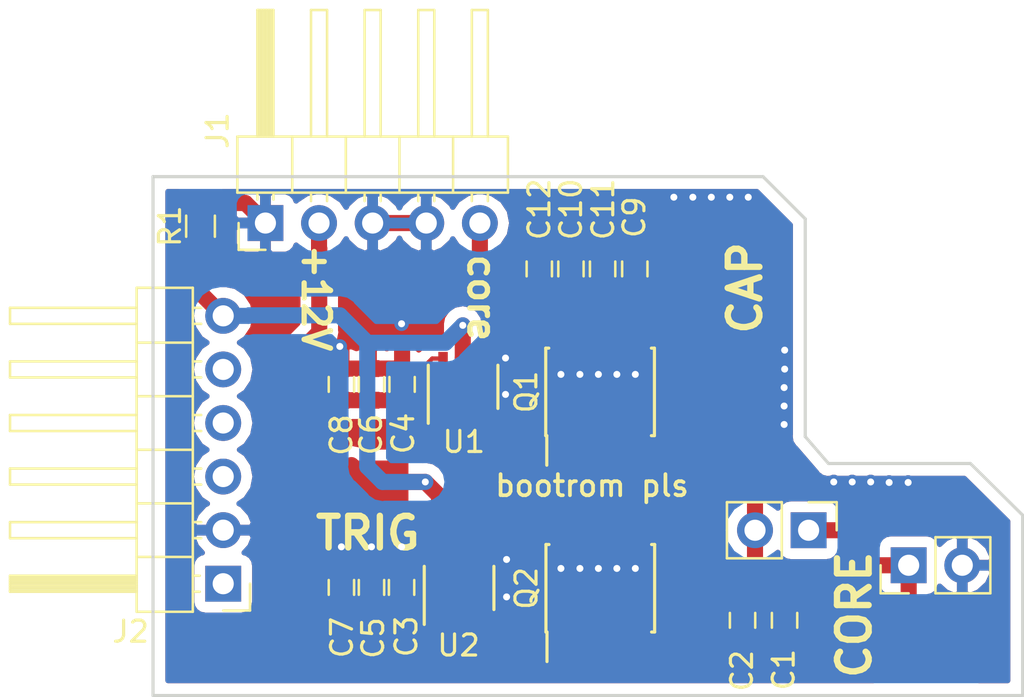
<source format=kicad_pcb>
(kicad_pcb (version 20171130) (host pcbnew "(5.0.0)")

  (general
    (thickness 1.6)
    (drawings 15)
    (tracks 176)
    (zones 0)
    (modules 26)
    (nets 15)
  )

  (page A4)
  (layers
    (0 F.Cu signal)
    (31 B.Cu signal)
    (32 B.Adhes user)
    (33 F.Adhes user)
    (34 B.Paste user)
    (35 F.Paste user)
    (36 B.SilkS user)
    (37 F.SilkS user)
    (38 B.Mask user)
    (39 F.Mask user)
    (40 Dwgs.User user)
    (41 Cmts.User user)
    (42 Eco1.User user)
    (43 Eco2.User user)
    (44 Edge.Cuts user)
    (45 Margin user)
    (46 B.CrtYd user)
    (47 F.CrtYd user)
    (48 B.Fab user hide)
    (49 F.Fab user hide)
  )

  (setup
    (last_trace_width 0.762)
    (user_trace_width 0.1524)
    (user_trace_width 0.2032)
    (user_trace_width 0.3048)
    (user_trace_width 0.508)
    (user_trace_width 0.762)
    (trace_clearance 0.1524)
    (zone_clearance 0.508)
    (zone_45_only no)
    (trace_min 0.1524)
    (segment_width 0.2)
    (edge_width 0.15)
    (via_size 0.6858)
    (via_drill 0.3302)
    (via_min_size 0.508)
    (via_min_drill 0.254)
    (user_via 0.6858 0.3302)
    (user_via 0.889 0.381)
    (uvia_size 0.6858)
    (uvia_drill 0.3302)
    (uvias_allowed no)
    (uvia_min_size 0.2)
    (uvia_min_drill 0.1)
    (pcb_text_width 0.3)
    (pcb_text_size 1.5 1.5)
    (mod_edge_width 0.15)
    (mod_text_size 1 1)
    (mod_text_width 0.15)
    (pad_size 1.524 1.524)
    (pad_drill 0.762)
    (pad_to_mask_clearance 0.2)
    (aux_axis_origin 0 0)
    (grid_origin 136.5 113)
    (visible_elements 7FFFFFFF)
    (pcbplotparams
      (layerselection 0x010fc_ffffffff)
      (usegerberextensions false)
      (usegerberattributes false)
      (usegerberadvancedattributes false)
      (creategerberjobfile false)
      (excludeedgelayer true)
      (linewidth 0.100000)
      (plotframeref false)
      (viasonmask false)
      (mode 1)
      (useauxorigin false)
      (hpglpennumber 1)
      (hpglpenspeed 20)
      (hpglpendiameter 15.000000)
      (psnegative false)
      (psa4output false)
      (plotreference true)
      (plotvalue true)
      (plotinvisibletext false)
      (padsonsilk false)
      (subtractmaskfromsilk false)
      (outputformat 1)
      (mirror false)
      (drillshape 1)
      (scaleselection 1)
      (outputdirectory ""))
  )

  (net 0 "")
  (net 1 "Net-(J2-Pad5)")
  (net 2 "Net-(J2-Pad4)")
  (net 3 "Net-(J2-Pad3)")
  (net 4 "Net-(U1-Pad2)")
  (net 5 "Net-(U2-Pad2)")
  (net 6 "Net-(Q1-Pad4)")
  (net 7 "Net-(Q2-Pad4)")
  (net 8 "Net-(C1-Pad1)")
  (net 9 /glitch_out)
  (net 10 /trigger)
  (net 11 /+3v3)
  (net 12 /+12v0)
  (net 13 /v_glitch)
  (net 14 GND)

  (net_class Default "This is the default net class."
    (clearance 0.1524)
    (trace_width 0.1524)
    (via_dia 0.6858)
    (via_drill 0.3302)
    (uvia_dia 0.6858)
    (uvia_drill 0.3302)
    (add_net /+12v0)
    (add_net /+3v3)
    (add_net /glitch_out)
    (add_net /trigger)
    (add_net /v_glitch)
    (add_net GND)
    (add_net "Net-(C1-Pad1)")
    (add_net "Net-(J2-Pad3)")
    (add_net "Net-(J2-Pad4)")
    (add_net "Net-(J2-Pad5)")
    (add_net "Net-(Q1-Pad4)")
    (add_net "Net-(Q2-Pad4)")
    (add_net "Net-(U1-Pad2)")
    (add_net "Net-(U2-Pad2)")
  )

  (module Pin_Headers:Pin_Header_Angled_1x05_Pitch2.54mm (layer F.Cu) (tedit 59650532) (tstamp 5B8AA14A)
    (at 147.025 94.175 90)
    (descr "Through hole angled pin header, 1x05, 2.54mm pitch, 6mm pin length, single row")
    (tags "Through hole angled pin header THT 1x05 2.54mm single row")
    (path /5B8A6412)
    (fp_text reference J1 (at 4.385 -2.27 90) (layer F.SilkS)
      (effects (font (size 1 1) (thickness 0.15)))
    )
    (fp_text value Conn_01x05 (at 4.385 12.43 90) (layer F.Fab)
      (effects (font (size 1 1) (thickness 0.15)))
    )
    (fp_text user %R (at 2.77 5.08 180) (layer F.Fab)
      (effects (font (size 1 1) (thickness 0.15)))
    )
    (fp_line (start 10.55 -1.8) (end -1.8 -1.8) (layer F.CrtYd) (width 0.05))
    (fp_line (start 10.55 11.95) (end 10.55 -1.8) (layer F.CrtYd) (width 0.05))
    (fp_line (start -1.8 11.95) (end 10.55 11.95) (layer F.CrtYd) (width 0.05))
    (fp_line (start -1.8 -1.8) (end -1.8 11.95) (layer F.CrtYd) (width 0.05))
    (fp_line (start -1.27 -1.27) (end 0 -1.27) (layer F.SilkS) (width 0.12))
    (fp_line (start -1.27 0) (end -1.27 -1.27) (layer F.SilkS) (width 0.12))
    (fp_line (start 1.042929 10.54) (end 1.44 10.54) (layer F.SilkS) (width 0.12))
    (fp_line (start 1.042929 9.78) (end 1.44 9.78) (layer F.SilkS) (width 0.12))
    (fp_line (start 10.1 10.54) (end 4.1 10.54) (layer F.SilkS) (width 0.12))
    (fp_line (start 10.1 9.78) (end 10.1 10.54) (layer F.SilkS) (width 0.12))
    (fp_line (start 4.1 9.78) (end 10.1 9.78) (layer F.SilkS) (width 0.12))
    (fp_line (start 1.44 8.89) (end 4.1 8.89) (layer F.SilkS) (width 0.12))
    (fp_line (start 1.042929 8) (end 1.44 8) (layer F.SilkS) (width 0.12))
    (fp_line (start 1.042929 7.24) (end 1.44 7.24) (layer F.SilkS) (width 0.12))
    (fp_line (start 10.1 8) (end 4.1 8) (layer F.SilkS) (width 0.12))
    (fp_line (start 10.1 7.24) (end 10.1 8) (layer F.SilkS) (width 0.12))
    (fp_line (start 4.1 7.24) (end 10.1 7.24) (layer F.SilkS) (width 0.12))
    (fp_line (start 1.44 6.35) (end 4.1 6.35) (layer F.SilkS) (width 0.12))
    (fp_line (start 1.042929 5.46) (end 1.44 5.46) (layer F.SilkS) (width 0.12))
    (fp_line (start 1.042929 4.7) (end 1.44 4.7) (layer F.SilkS) (width 0.12))
    (fp_line (start 10.1 5.46) (end 4.1 5.46) (layer F.SilkS) (width 0.12))
    (fp_line (start 10.1 4.7) (end 10.1 5.46) (layer F.SilkS) (width 0.12))
    (fp_line (start 4.1 4.7) (end 10.1 4.7) (layer F.SilkS) (width 0.12))
    (fp_line (start 1.44 3.81) (end 4.1 3.81) (layer F.SilkS) (width 0.12))
    (fp_line (start 1.042929 2.92) (end 1.44 2.92) (layer F.SilkS) (width 0.12))
    (fp_line (start 1.042929 2.16) (end 1.44 2.16) (layer F.SilkS) (width 0.12))
    (fp_line (start 10.1 2.92) (end 4.1 2.92) (layer F.SilkS) (width 0.12))
    (fp_line (start 10.1 2.16) (end 10.1 2.92) (layer F.SilkS) (width 0.12))
    (fp_line (start 4.1 2.16) (end 10.1 2.16) (layer F.SilkS) (width 0.12))
    (fp_line (start 1.44 1.27) (end 4.1 1.27) (layer F.SilkS) (width 0.12))
    (fp_line (start 1.11 0.38) (end 1.44 0.38) (layer F.SilkS) (width 0.12))
    (fp_line (start 1.11 -0.38) (end 1.44 -0.38) (layer F.SilkS) (width 0.12))
    (fp_line (start 4.1 0.28) (end 10.1 0.28) (layer F.SilkS) (width 0.12))
    (fp_line (start 4.1 0.16) (end 10.1 0.16) (layer F.SilkS) (width 0.12))
    (fp_line (start 4.1 0.04) (end 10.1 0.04) (layer F.SilkS) (width 0.12))
    (fp_line (start 4.1 -0.08) (end 10.1 -0.08) (layer F.SilkS) (width 0.12))
    (fp_line (start 4.1 -0.2) (end 10.1 -0.2) (layer F.SilkS) (width 0.12))
    (fp_line (start 4.1 -0.32) (end 10.1 -0.32) (layer F.SilkS) (width 0.12))
    (fp_line (start 10.1 0.38) (end 4.1 0.38) (layer F.SilkS) (width 0.12))
    (fp_line (start 10.1 -0.38) (end 10.1 0.38) (layer F.SilkS) (width 0.12))
    (fp_line (start 4.1 -0.38) (end 10.1 -0.38) (layer F.SilkS) (width 0.12))
    (fp_line (start 4.1 -1.33) (end 1.44 -1.33) (layer F.SilkS) (width 0.12))
    (fp_line (start 4.1 11.49) (end 4.1 -1.33) (layer F.SilkS) (width 0.12))
    (fp_line (start 1.44 11.49) (end 4.1 11.49) (layer F.SilkS) (width 0.12))
    (fp_line (start 1.44 -1.33) (end 1.44 11.49) (layer F.SilkS) (width 0.12))
    (fp_line (start 4.04 10.48) (end 10.04 10.48) (layer F.Fab) (width 0.1))
    (fp_line (start 10.04 9.84) (end 10.04 10.48) (layer F.Fab) (width 0.1))
    (fp_line (start 4.04 9.84) (end 10.04 9.84) (layer F.Fab) (width 0.1))
    (fp_line (start -0.32 10.48) (end 1.5 10.48) (layer F.Fab) (width 0.1))
    (fp_line (start -0.32 9.84) (end -0.32 10.48) (layer F.Fab) (width 0.1))
    (fp_line (start -0.32 9.84) (end 1.5 9.84) (layer F.Fab) (width 0.1))
    (fp_line (start 4.04 7.94) (end 10.04 7.94) (layer F.Fab) (width 0.1))
    (fp_line (start 10.04 7.3) (end 10.04 7.94) (layer F.Fab) (width 0.1))
    (fp_line (start 4.04 7.3) (end 10.04 7.3) (layer F.Fab) (width 0.1))
    (fp_line (start -0.32 7.94) (end 1.5 7.94) (layer F.Fab) (width 0.1))
    (fp_line (start -0.32 7.3) (end -0.32 7.94) (layer F.Fab) (width 0.1))
    (fp_line (start -0.32 7.3) (end 1.5 7.3) (layer F.Fab) (width 0.1))
    (fp_line (start 4.04 5.4) (end 10.04 5.4) (layer F.Fab) (width 0.1))
    (fp_line (start 10.04 4.76) (end 10.04 5.4) (layer F.Fab) (width 0.1))
    (fp_line (start 4.04 4.76) (end 10.04 4.76) (layer F.Fab) (width 0.1))
    (fp_line (start -0.32 5.4) (end 1.5 5.4) (layer F.Fab) (width 0.1))
    (fp_line (start -0.32 4.76) (end -0.32 5.4) (layer F.Fab) (width 0.1))
    (fp_line (start -0.32 4.76) (end 1.5 4.76) (layer F.Fab) (width 0.1))
    (fp_line (start 4.04 2.86) (end 10.04 2.86) (layer F.Fab) (width 0.1))
    (fp_line (start 10.04 2.22) (end 10.04 2.86) (layer F.Fab) (width 0.1))
    (fp_line (start 4.04 2.22) (end 10.04 2.22) (layer F.Fab) (width 0.1))
    (fp_line (start -0.32 2.86) (end 1.5 2.86) (layer F.Fab) (width 0.1))
    (fp_line (start -0.32 2.22) (end -0.32 2.86) (layer F.Fab) (width 0.1))
    (fp_line (start -0.32 2.22) (end 1.5 2.22) (layer F.Fab) (width 0.1))
    (fp_line (start 4.04 0.32) (end 10.04 0.32) (layer F.Fab) (width 0.1))
    (fp_line (start 10.04 -0.32) (end 10.04 0.32) (layer F.Fab) (width 0.1))
    (fp_line (start 4.04 -0.32) (end 10.04 -0.32) (layer F.Fab) (width 0.1))
    (fp_line (start -0.32 0.32) (end 1.5 0.32) (layer F.Fab) (width 0.1))
    (fp_line (start -0.32 -0.32) (end -0.32 0.32) (layer F.Fab) (width 0.1))
    (fp_line (start -0.32 -0.32) (end 1.5 -0.32) (layer F.Fab) (width 0.1))
    (fp_line (start 1.5 -0.635) (end 2.135 -1.27) (layer F.Fab) (width 0.1))
    (fp_line (start 1.5 11.43) (end 1.5 -0.635) (layer F.Fab) (width 0.1))
    (fp_line (start 4.04 11.43) (end 1.5 11.43) (layer F.Fab) (width 0.1))
    (fp_line (start 4.04 -1.27) (end 4.04 11.43) (layer F.Fab) (width 0.1))
    (fp_line (start 2.135 -1.27) (end 4.04 -1.27) (layer F.Fab) (width 0.1))
    (pad 5 thru_hole oval (at 0 10.16 90) (size 1.7 1.7) (drill 1) (layers *.Cu *.Mask)
      (net 13 /v_glitch))
    (pad 4 thru_hole oval (at 0 7.62 90) (size 1.7 1.7) (drill 1) (layers *.Cu *.Mask)
      (net 14 GND))
    (pad 3 thru_hole oval (at 0 5.08 90) (size 1.7 1.7) (drill 1) (layers *.Cu *.Mask)
      (net 14 GND))
    (pad 2 thru_hole oval (at 0 2.54 90) (size 1.7 1.7) (drill 1) (layers *.Cu *.Mask)
      (net 12 /+12v0))
    (pad 1 thru_hole rect (at 0 0 90) (size 1.7 1.7) (drill 1) (layers *.Cu *.Mask)
      (net 14 GND))
    (model ${KISYS3DMOD}/Pin_Headers.3dshapes/Pin_Header_Angled_1x05_Pitch2.54mm.wrl
      (at (xyz 0 0 0))
      (scale (xyz 1 1 1))
      (rotate (xyz 0 0 0))
    )
  )

  (module Capacitors_SMD:C_0603 (layer F.Cu) (tedit 59958EE7) (tstamp 5B8A8647)
    (at 164.525 96.35 90)
    (descr "Capacitor SMD 0603, reflow soldering, AVX (see smccp.pdf)")
    (tags "capacitor 0603")
    (path /5B8B2450)
    (attr smd)
    (fp_text reference C9 (at 2.45 -0.025 90) (layer F.SilkS)
      (effects (font (size 1 1) (thickness 0.15)))
    )
    (fp_text value 1u (at 0 1.5 90) (layer F.Fab)
      (effects (font (size 1 1) (thickness 0.15)))
    )
    (fp_line (start 1.4 0.65) (end -1.4 0.65) (layer F.CrtYd) (width 0.05))
    (fp_line (start 1.4 0.65) (end 1.4 -0.65) (layer F.CrtYd) (width 0.05))
    (fp_line (start -1.4 -0.65) (end -1.4 0.65) (layer F.CrtYd) (width 0.05))
    (fp_line (start -1.4 -0.65) (end 1.4 -0.65) (layer F.CrtYd) (width 0.05))
    (fp_line (start 0.35 0.6) (end -0.35 0.6) (layer F.SilkS) (width 0.12))
    (fp_line (start -0.35 -0.6) (end 0.35 -0.6) (layer F.SilkS) (width 0.12))
    (fp_line (start -0.8 -0.4) (end 0.8 -0.4) (layer F.Fab) (width 0.1))
    (fp_line (start 0.8 -0.4) (end 0.8 0.4) (layer F.Fab) (width 0.1))
    (fp_line (start 0.8 0.4) (end -0.8 0.4) (layer F.Fab) (width 0.1))
    (fp_line (start -0.8 0.4) (end -0.8 -0.4) (layer F.Fab) (width 0.1))
    (fp_text user %R (at 0 0 90) (layer F.Fab)
      (effects (font (size 0.3 0.3) (thickness 0.075)))
    )
    (pad 2 smd rect (at 0.75 0 90) (size 0.8 0.75) (layers F.Cu F.Paste F.Mask)
      (net 14 GND))
    (pad 1 smd rect (at -0.75 0 90) (size 0.8 0.75) (layers F.Cu F.Paste F.Mask)
      (net 13 /v_glitch))
    (model Capacitors_SMD.3dshapes/C_0603.wrl
      (at (xyz 0 0 0))
      (scale (xyz 1 1 1))
      (rotate (xyz 0 0 0))
    )
  )

  (module Capacitors_SMD:C_0603 (layer F.Cu) (tedit 59958EE7) (tstamp 5B8ABFEC)
    (at 161.5 96.35 90)
    (descr "Capacitor SMD 0603, reflow soldering, AVX (see smccp.pdf)")
    (tags "capacitor 0603")
    (path /5B8B249A)
    (attr smd)
    (fp_text reference C10 (at 2.825 0 90) (layer F.SilkS)
      (effects (font (size 1 1) (thickness 0.15)))
    )
    (fp_text value 0.1u (at 0 1.5 90) (layer F.Fab)
      (effects (font (size 1 1) (thickness 0.15)))
    )
    (fp_text user %R (at 0 0 90) (layer F.Fab)
      (effects (font (size 0.3 0.3) (thickness 0.075)))
    )
    (fp_line (start -0.8 0.4) (end -0.8 -0.4) (layer F.Fab) (width 0.1))
    (fp_line (start 0.8 0.4) (end -0.8 0.4) (layer F.Fab) (width 0.1))
    (fp_line (start 0.8 -0.4) (end 0.8 0.4) (layer F.Fab) (width 0.1))
    (fp_line (start -0.8 -0.4) (end 0.8 -0.4) (layer F.Fab) (width 0.1))
    (fp_line (start -0.35 -0.6) (end 0.35 -0.6) (layer F.SilkS) (width 0.12))
    (fp_line (start 0.35 0.6) (end -0.35 0.6) (layer F.SilkS) (width 0.12))
    (fp_line (start -1.4 -0.65) (end 1.4 -0.65) (layer F.CrtYd) (width 0.05))
    (fp_line (start -1.4 -0.65) (end -1.4 0.65) (layer F.CrtYd) (width 0.05))
    (fp_line (start 1.4 0.65) (end 1.4 -0.65) (layer F.CrtYd) (width 0.05))
    (fp_line (start 1.4 0.65) (end -1.4 0.65) (layer F.CrtYd) (width 0.05))
    (pad 1 smd rect (at -0.75 0 90) (size 0.8 0.75) (layers F.Cu F.Paste F.Mask)
      (net 13 /v_glitch))
    (pad 2 smd rect (at 0.75 0 90) (size 0.8 0.75) (layers F.Cu F.Paste F.Mask)
      (net 14 GND))
    (model Capacitors_SMD.3dshapes/C_0603.wrl
      (at (xyz 0 0 0))
      (scale (xyz 1 1 1))
      (rotate (xyz 0 0 0))
    )
  )

  (module Capacitors_SMD:C_0603 (layer F.Cu) (tedit 59958EE7) (tstamp 5B8A7205)
    (at 163 96.35 90)
    (descr "Capacitor SMD 0603, reflow soldering, AVX (see smccp.pdf)")
    (tags "capacitor 0603")
    (path /5B8B24D0)
    (attr smd)
    (fp_text reference C11 (at 2.825 0.025 90) (layer F.SilkS)
      (effects (font (size 1 1) (thickness 0.15)))
    )
    (fp_text value 10n (at 0 1.5 90) (layer F.Fab)
      (effects (font (size 1 1) (thickness 0.15)))
    )
    (fp_line (start 1.4 0.65) (end -1.4 0.65) (layer F.CrtYd) (width 0.05))
    (fp_line (start 1.4 0.65) (end 1.4 -0.65) (layer F.CrtYd) (width 0.05))
    (fp_line (start -1.4 -0.65) (end -1.4 0.65) (layer F.CrtYd) (width 0.05))
    (fp_line (start -1.4 -0.65) (end 1.4 -0.65) (layer F.CrtYd) (width 0.05))
    (fp_line (start 0.35 0.6) (end -0.35 0.6) (layer F.SilkS) (width 0.12))
    (fp_line (start -0.35 -0.6) (end 0.35 -0.6) (layer F.SilkS) (width 0.12))
    (fp_line (start -0.8 -0.4) (end 0.8 -0.4) (layer F.Fab) (width 0.1))
    (fp_line (start 0.8 -0.4) (end 0.8 0.4) (layer F.Fab) (width 0.1))
    (fp_line (start 0.8 0.4) (end -0.8 0.4) (layer F.Fab) (width 0.1))
    (fp_line (start -0.8 0.4) (end -0.8 -0.4) (layer F.Fab) (width 0.1))
    (fp_text user %R (at 0 0 90) (layer F.Fab)
      (effects (font (size 0.3 0.3) (thickness 0.075)))
    )
    (pad 2 smd rect (at 0.75 0 90) (size 0.8 0.75) (layers F.Cu F.Paste F.Mask)
      (net 14 GND))
    (pad 1 smd rect (at -0.75 0 90) (size 0.8 0.75) (layers F.Cu F.Paste F.Mask)
      (net 13 /v_glitch))
    (model Capacitors_SMD.3dshapes/C_0603.wrl
      (at (xyz 0 0 0))
      (scale (xyz 1 1 1))
      (rotate (xyz 0 0 0))
    )
  )

  (module Capacitors_SMD:C_0603 (layer F.Cu) (tedit 59958EE7) (tstamp 5B8A71F4)
    (at 160 96.35 90)
    (descr "Capacitor SMD 0603, reflow soldering, AVX (see smccp.pdf)")
    (tags "capacitor 0603")
    (path /5B8B2508)
    (attr smd)
    (fp_text reference C12 (at 2.825 0 90) (layer F.SilkS)
      (effects (font (size 1 1) (thickness 0.15)))
    )
    (fp_text value 47p (at 0 1.5 90) (layer F.Fab)
      (effects (font (size 1 1) (thickness 0.15)))
    )
    (fp_text user %R (at 0 0 90) (layer F.Fab)
      (effects (font (size 0.3 0.3) (thickness 0.075)))
    )
    (fp_line (start -0.8 0.4) (end -0.8 -0.4) (layer F.Fab) (width 0.1))
    (fp_line (start 0.8 0.4) (end -0.8 0.4) (layer F.Fab) (width 0.1))
    (fp_line (start 0.8 -0.4) (end 0.8 0.4) (layer F.Fab) (width 0.1))
    (fp_line (start -0.8 -0.4) (end 0.8 -0.4) (layer F.Fab) (width 0.1))
    (fp_line (start -0.35 -0.6) (end 0.35 -0.6) (layer F.SilkS) (width 0.12))
    (fp_line (start 0.35 0.6) (end -0.35 0.6) (layer F.SilkS) (width 0.12))
    (fp_line (start -1.4 -0.65) (end 1.4 -0.65) (layer F.CrtYd) (width 0.05))
    (fp_line (start -1.4 -0.65) (end -1.4 0.65) (layer F.CrtYd) (width 0.05))
    (fp_line (start 1.4 0.65) (end 1.4 -0.65) (layer F.CrtYd) (width 0.05))
    (fp_line (start 1.4 0.65) (end -1.4 0.65) (layer F.CrtYd) (width 0.05))
    (pad 1 smd rect (at -0.75 0 90) (size 0.8 0.75) (layers F.Cu F.Paste F.Mask)
      (net 13 /v_glitch))
    (pad 2 smd rect (at 0.75 0 90) (size 0.8 0.75) (layers F.Cu F.Paste F.Mask)
      (net 14 GND))
    (model Capacitors_SMD.3dshapes/C_0603.wrl
      (at (xyz 0 0 0))
      (scale (xyz 1 1 1))
      (rotate (xyz 0 0 0))
    )
  )

  (module Capacitors_SMD:C_0603 (layer F.Cu) (tedit 59958EE7) (tstamp 5B8A71E3)
    (at 150.625 111.45 90)
    (descr "Capacitor SMD 0603, reflow soldering, AVX (see smccp.pdf)")
    (tags "capacitor 0603")
    (path /5B8C167B)
    (attr smd)
    (fp_text reference C7 (at -2.375 0.025 90) (layer F.SilkS)
      (effects (font (size 1 1) (thickness 0.15)))
    )
    (fp_text value 10n (at 0 1.5 90) (layer F.Fab)
      (effects (font (size 1 1) (thickness 0.15)))
    )
    (fp_line (start 1.4 0.65) (end -1.4 0.65) (layer F.CrtYd) (width 0.05))
    (fp_line (start 1.4 0.65) (end 1.4 -0.65) (layer F.CrtYd) (width 0.05))
    (fp_line (start -1.4 -0.65) (end -1.4 0.65) (layer F.CrtYd) (width 0.05))
    (fp_line (start -1.4 -0.65) (end 1.4 -0.65) (layer F.CrtYd) (width 0.05))
    (fp_line (start 0.35 0.6) (end -0.35 0.6) (layer F.SilkS) (width 0.12))
    (fp_line (start -0.35 -0.6) (end 0.35 -0.6) (layer F.SilkS) (width 0.12))
    (fp_line (start -0.8 -0.4) (end 0.8 -0.4) (layer F.Fab) (width 0.1))
    (fp_line (start 0.8 -0.4) (end 0.8 0.4) (layer F.Fab) (width 0.1))
    (fp_line (start 0.8 0.4) (end -0.8 0.4) (layer F.Fab) (width 0.1))
    (fp_line (start -0.8 0.4) (end -0.8 -0.4) (layer F.Fab) (width 0.1))
    (fp_text user %R (at 0 0 90) (layer F.Fab)
      (effects (font (size 0.3 0.3) (thickness 0.075)))
    )
    (pad 2 smd rect (at 0.75 0 90) (size 0.8 0.75) (layers F.Cu F.Paste F.Mask)
      (net 14 GND))
    (pad 1 smd rect (at -0.75 0 90) (size 0.8 0.75) (layers F.Cu F.Paste F.Mask)
      (net 12 /+12v0))
    (model Capacitors_SMD.3dshapes/C_0603.wrl
      (at (xyz 0 0 0))
      (scale (xyz 1 1 1))
      (rotate (xyz 0 0 0))
    )
  )

  (module Capacitors_SMD:C_0603 (layer F.Cu) (tedit 59958EE7) (tstamp 5B8A71D2)
    (at 152.05 101.825 90)
    (descr "Capacitor SMD 0603, reflow soldering, AVX (see smccp.pdf)")
    (tags "capacitor 0603")
    (path /5B8C14EE)
    (attr smd)
    (fp_text reference C6 (at -2.375 -0.025 90) (layer F.SilkS)
      (effects (font (size 1 1) (thickness 0.15)))
    )
    (fp_text value 0.1u (at 0 1.5 90) (layer F.Fab)
      (effects (font (size 1 1) (thickness 0.15)))
    )
    (fp_text user %R (at 0 0 90) (layer F.Fab)
      (effects (font (size 0.3 0.3) (thickness 0.075)))
    )
    (fp_line (start -0.8 0.4) (end -0.8 -0.4) (layer F.Fab) (width 0.1))
    (fp_line (start 0.8 0.4) (end -0.8 0.4) (layer F.Fab) (width 0.1))
    (fp_line (start 0.8 -0.4) (end 0.8 0.4) (layer F.Fab) (width 0.1))
    (fp_line (start -0.8 -0.4) (end 0.8 -0.4) (layer F.Fab) (width 0.1))
    (fp_line (start -0.35 -0.6) (end 0.35 -0.6) (layer F.SilkS) (width 0.12))
    (fp_line (start 0.35 0.6) (end -0.35 0.6) (layer F.SilkS) (width 0.12))
    (fp_line (start -1.4 -0.65) (end 1.4 -0.65) (layer F.CrtYd) (width 0.05))
    (fp_line (start -1.4 -0.65) (end -1.4 0.65) (layer F.CrtYd) (width 0.05))
    (fp_line (start 1.4 0.65) (end 1.4 -0.65) (layer F.CrtYd) (width 0.05))
    (fp_line (start 1.4 0.65) (end -1.4 0.65) (layer F.CrtYd) (width 0.05))
    (pad 1 smd rect (at -0.75 0 90) (size 0.8 0.75) (layers F.Cu F.Paste F.Mask)
      (net 12 /+12v0))
    (pad 2 smd rect (at 0.75 0 90) (size 0.8 0.75) (layers F.Cu F.Paste F.Mask)
      (net 14 GND))
    (model Capacitors_SMD.3dshapes/C_0603.wrl
      (at (xyz 0 0 0))
      (scale (xyz 1 1 1))
      (rotate (xyz 0 0 0))
    )
  )

  (module Capacitors_SMD:C_0603 (layer F.Cu) (tedit 59958EE7) (tstamp 5B8ABBE5)
    (at 152.05 111.45 90)
    (descr "Capacitor SMD 0603, reflow soldering, AVX (see smccp.pdf)")
    (tags "capacitor 0603")
    (path /5B8C1615)
    (attr smd)
    (fp_text reference C5 (at -2.4 0.075 90) (layer F.SilkS)
      (effects (font (size 1 1) (thickness 0.15)))
    )
    (fp_text value 0.1u (at 0 1.5 90) (layer F.Fab)
      (effects (font (size 1 1) (thickness 0.15)))
    )
    (fp_line (start 1.4 0.65) (end -1.4 0.65) (layer F.CrtYd) (width 0.05))
    (fp_line (start 1.4 0.65) (end 1.4 -0.65) (layer F.CrtYd) (width 0.05))
    (fp_line (start -1.4 -0.65) (end -1.4 0.65) (layer F.CrtYd) (width 0.05))
    (fp_line (start -1.4 -0.65) (end 1.4 -0.65) (layer F.CrtYd) (width 0.05))
    (fp_line (start 0.35 0.6) (end -0.35 0.6) (layer F.SilkS) (width 0.12))
    (fp_line (start -0.35 -0.6) (end 0.35 -0.6) (layer F.SilkS) (width 0.12))
    (fp_line (start -0.8 -0.4) (end 0.8 -0.4) (layer F.Fab) (width 0.1))
    (fp_line (start 0.8 -0.4) (end 0.8 0.4) (layer F.Fab) (width 0.1))
    (fp_line (start 0.8 0.4) (end -0.8 0.4) (layer F.Fab) (width 0.1))
    (fp_line (start -0.8 0.4) (end -0.8 -0.4) (layer F.Fab) (width 0.1))
    (fp_text user %R (at 0 0 90) (layer F.Fab)
      (effects (font (size 0.3 0.3) (thickness 0.075)))
    )
    (pad 2 smd rect (at 0.75 0 90) (size 0.8 0.75) (layers F.Cu F.Paste F.Mask)
      (net 14 GND))
    (pad 1 smd rect (at -0.75 0 90) (size 0.8 0.75) (layers F.Cu F.Paste F.Mask)
      (net 12 /+12v0))
    (model Capacitors_SMD.3dshapes/C_0603.wrl
      (at (xyz 0 0 0))
      (scale (xyz 1 1 1))
      (rotate (xyz 0 0 0))
    )
  )

  (module Capacitors_SMD:C_0603 (layer F.Cu) (tedit 59958EE7) (tstamp 5B8A7612)
    (at 153.5 101.825 90)
    (descr "Capacitor SMD 0603, reflow soldering, AVX (see smccp.pdf)")
    (tags "capacitor 0603")
    (path /5B8C144C)
    (attr smd)
    (fp_text reference C4 (at -2.325 0.05 90) (layer F.SilkS)
      (effects (font (size 1 1) (thickness 0.15)))
    )
    (fp_text value 1u (at 0 1.5 90) (layer F.Fab)
      (effects (font (size 1 1) (thickness 0.15)))
    )
    (fp_text user %R (at 0 0 90) (layer F.Fab)
      (effects (font (size 0.3 0.3) (thickness 0.075)))
    )
    (fp_line (start -0.8 0.4) (end -0.8 -0.4) (layer F.Fab) (width 0.1))
    (fp_line (start 0.8 0.4) (end -0.8 0.4) (layer F.Fab) (width 0.1))
    (fp_line (start 0.8 -0.4) (end 0.8 0.4) (layer F.Fab) (width 0.1))
    (fp_line (start -0.8 -0.4) (end 0.8 -0.4) (layer F.Fab) (width 0.1))
    (fp_line (start -0.35 -0.6) (end 0.35 -0.6) (layer F.SilkS) (width 0.12))
    (fp_line (start 0.35 0.6) (end -0.35 0.6) (layer F.SilkS) (width 0.12))
    (fp_line (start -1.4 -0.65) (end 1.4 -0.65) (layer F.CrtYd) (width 0.05))
    (fp_line (start -1.4 -0.65) (end -1.4 0.65) (layer F.CrtYd) (width 0.05))
    (fp_line (start 1.4 0.65) (end 1.4 -0.65) (layer F.CrtYd) (width 0.05))
    (fp_line (start 1.4 0.65) (end -1.4 0.65) (layer F.CrtYd) (width 0.05))
    (pad 1 smd rect (at -0.75 0 90) (size 0.8 0.75) (layers F.Cu F.Paste F.Mask)
      (net 12 /+12v0))
    (pad 2 smd rect (at 0.75 0 90) (size 0.8 0.75) (layers F.Cu F.Paste F.Mask)
      (net 14 GND))
    (model Capacitors_SMD.3dshapes/C_0603.wrl
      (at (xyz 0 0 0))
      (scale (xyz 1 1 1))
      (rotate (xyz 0 0 0))
    )
  )

  (module Capacitors_SMD:C_0603 (layer F.Cu) (tedit 59958EE7) (tstamp 5B8A737F)
    (at 153.475 111.45 90)
    (descr "Capacitor SMD 0603, reflow soldering, AVX (see smccp.pdf)")
    (tags "capacitor 0603")
    (path /5B8C16C3)
    (attr smd)
    (fp_text reference C3 (at -2.325 0.225 90) (layer F.SilkS)
      (effects (font (size 1 1) (thickness 0.15)))
    )
    (fp_text value 1u (at 0 1.5 90) (layer F.Fab)
      (effects (font (size 1 1) (thickness 0.15)))
    )
    (fp_line (start 1.4 0.65) (end -1.4 0.65) (layer F.CrtYd) (width 0.05))
    (fp_line (start 1.4 0.65) (end 1.4 -0.65) (layer F.CrtYd) (width 0.05))
    (fp_line (start -1.4 -0.65) (end -1.4 0.65) (layer F.CrtYd) (width 0.05))
    (fp_line (start -1.4 -0.65) (end 1.4 -0.65) (layer F.CrtYd) (width 0.05))
    (fp_line (start 0.35 0.6) (end -0.35 0.6) (layer F.SilkS) (width 0.12))
    (fp_line (start -0.35 -0.6) (end 0.35 -0.6) (layer F.SilkS) (width 0.12))
    (fp_line (start -0.8 -0.4) (end 0.8 -0.4) (layer F.Fab) (width 0.1))
    (fp_line (start 0.8 -0.4) (end 0.8 0.4) (layer F.Fab) (width 0.1))
    (fp_line (start 0.8 0.4) (end -0.8 0.4) (layer F.Fab) (width 0.1))
    (fp_line (start -0.8 0.4) (end -0.8 -0.4) (layer F.Fab) (width 0.1))
    (fp_text user %R (at 0 0 90) (layer F.Fab)
      (effects (font (size 0.3 0.3) (thickness 0.075)))
    )
    (pad 2 smd rect (at 0.75 0 90) (size 0.8 0.75) (layers F.Cu F.Paste F.Mask)
      (net 14 GND))
    (pad 1 smd rect (at -0.75 0 90) (size 0.8 0.75) (layers F.Cu F.Paste F.Mask)
      (net 12 /+12v0))
    (model Capacitors_SMD.3dshapes/C_0603.wrl
      (at (xyz 0 0 0))
      (scale (xyz 1 1 1))
      (rotate (xyz 0 0 0))
    )
  )

  (module Capacitors_SMD:C_0603 (layer F.Cu) (tedit 59958EE7) (tstamp 5B8A716E)
    (at 150.625 101.825 90)
    (descr "Capacitor SMD 0603, reflow soldering, AVX (see smccp.pdf)")
    (tags "capacitor 0603")
    (path /5B8C1530)
    (attr smd)
    (fp_text reference C8 (at -2.4 0 90) (layer F.SilkS)
      (effects (font (size 1 1) (thickness 0.15)))
    )
    (fp_text value 10n (at 0 1.5 90) (layer F.Fab)
      (effects (font (size 1 1) (thickness 0.15)))
    )
    (fp_text user %R (at 0 0 90) (layer F.Fab)
      (effects (font (size 0.3 0.3) (thickness 0.075)))
    )
    (fp_line (start -0.8 0.4) (end -0.8 -0.4) (layer F.Fab) (width 0.1))
    (fp_line (start 0.8 0.4) (end -0.8 0.4) (layer F.Fab) (width 0.1))
    (fp_line (start 0.8 -0.4) (end 0.8 0.4) (layer F.Fab) (width 0.1))
    (fp_line (start -0.8 -0.4) (end 0.8 -0.4) (layer F.Fab) (width 0.1))
    (fp_line (start -0.35 -0.6) (end 0.35 -0.6) (layer F.SilkS) (width 0.12))
    (fp_line (start 0.35 0.6) (end -0.35 0.6) (layer F.SilkS) (width 0.12))
    (fp_line (start -1.4 -0.65) (end 1.4 -0.65) (layer F.CrtYd) (width 0.05))
    (fp_line (start -1.4 -0.65) (end -1.4 0.65) (layer F.CrtYd) (width 0.05))
    (fp_line (start 1.4 0.65) (end 1.4 -0.65) (layer F.CrtYd) (width 0.05))
    (fp_line (start 1.4 0.65) (end -1.4 0.65) (layer F.CrtYd) (width 0.05))
    (pad 1 smd rect (at -0.75 0 90) (size 0.8 0.75) (layers F.Cu F.Paste F.Mask)
      (net 12 /+12v0))
    (pad 2 smd rect (at 0.75 0 90) (size 0.8 0.75) (layers F.Cu F.Paste F.Mask)
      (net 14 GND))
    (model Capacitors_SMD.3dshapes/C_0603.wrl
      (at (xyz 0 0 0))
      (scale (xyz 1 1 1))
      (rotate (xyz 0 0 0))
    )
  )

  (module Custom:keystone-5019-tp (layer F.Cu) (tedit 5B8A5C26) (tstamp 5B8A712D)
    (at 166.975 111.425 270)
    (path /5B8B0F98)
    (fp_text reference TP3 (at 0 -2.09 270) (layer F.SilkS) hide
      (effects (font (size 1 1) (thickness 0.15)))
    )
    (fp_text value TestPoint (at -0.275 -9.025 270) (layer F.Fab)
      (effects (font (size 1 1) (thickness 0.15)))
    )
    (pad 1 smd rect (at 0 0 270) (size 3.8 2.03) (layers F.Cu F.Paste F.Mask)
      (net 7 "Net-(Q2-Pad4)"))
  )

  (module Custom:keystone-5019-tp (layer F.Cu) (tedit 5B8A5C21) (tstamp 5B8A7128)
    (at 167.075 102.175 270)
    (path /5B8B0695)
    (fp_text reference TP4 (at 0 -2.09 270) (layer F.SilkS) hide
      (effects (font (size 1 1) (thickness 0.15)))
    )
    (fp_text value TestPoint (at -0.275 -9.025 270) (layer F.Fab)
      (effects (font (size 1 1) (thickness 0.15)))
    )
    (pad 1 smd rect (at 0 0 270) (size 3.8 2.03) (layers F.Cu F.Paste F.Mask)
      (net 6 "Net-(Q1-Pad4)"))
  )

  (module Custom:keystone-5019-tp (layer F.Cu) (tedit 5B8A5C23) (tstamp 5B8A7123)
    (at 167.075 97.375 270)
    (path /5B8B8CE5)
    (fp_text reference TP5 (at 0 -2.09 270) (layer F.SilkS) hide
      (effects (font (size 1 1) (thickness 0.15)))
    )
    (fp_text value TestPoint (at -0.275 -9.025 270) (layer F.Fab)
      (effects (font (size 1 1) (thickness 0.15)))
    )
    (pad 1 smd rect (at 0 0 270) (size 3.8 2.03) (layers F.Cu F.Paste F.Mask)
      (net 13 /v_glitch))
  )

  (module Resistors_SMD:R_0603_HandSoldering (layer F.Cu) (tedit 58E0A804) (tstamp 5B8A6EAC)
    (at 143.95 94.325 90)
    (descr "Resistor SMD 0603, hand soldering")
    (tags "resistor 0603")
    (path /5B8BB251)
    (attr smd)
    (fp_text reference R1 (at 0 -1.45 90) (layer F.SilkS)
      (effects (font (size 1 1) (thickness 0.15)))
    )
    (fp_text value 47k (at 0 1.55 90) (layer F.Fab)
      (effects (font (size 1 1) (thickness 0.15)))
    )
    (fp_line (start 1.95 0.7) (end -1.96 0.7) (layer F.CrtYd) (width 0.05))
    (fp_line (start 1.95 0.7) (end 1.95 -0.7) (layer F.CrtYd) (width 0.05))
    (fp_line (start -1.96 -0.7) (end -1.96 0.7) (layer F.CrtYd) (width 0.05))
    (fp_line (start -1.96 -0.7) (end 1.95 -0.7) (layer F.CrtYd) (width 0.05))
    (fp_line (start -0.5 -0.68) (end 0.5 -0.68) (layer F.SilkS) (width 0.12))
    (fp_line (start 0.5 0.68) (end -0.5 0.68) (layer F.SilkS) (width 0.12))
    (fp_line (start -0.8 -0.4) (end 0.8 -0.4) (layer F.Fab) (width 0.1))
    (fp_line (start 0.8 -0.4) (end 0.8 0.4) (layer F.Fab) (width 0.1))
    (fp_line (start 0.8 0.4) (end -0.8 0.4) (layer F.Fab) (width 0.1))
    (fp_line (start -0.8 0.4) (end -0.8 -0.4) (layer F.Fab) (width 0.1))
    (fp_text user %R (at 0 0 90) (layer F.Fab)
      (effects (font (size 0.4 0.4) (thickness 0.075)))
    )
    (pad 2 smd rect (at 1.1 0 90) (size 1.2 0.9) (layers F.Cu F.Paste F.Mask)
      (net 14 GND))
    (pad 1 smd rect (at -1.1 0 90) (size 1.2 0.9) (layers F.Cu F.Paste F.Mask)
      (net 10 /trigger))
    (model ${KISYS3DMOD}/Resistors_SMD.3dshapes/R_0603.wrl
      (at (xyz 0 0 0))
      (scale (xyz 1 1 1))
      (rotate (xyz 0 0 0))
    )
  )

  (module Capacitors_SMD:C_0603 (layer F.Cu) (tedit 59958EE7) (tstamp 5B8A5223)
    (at 169.63 113.01 270)
    (descr "Capacitor SMD 0603, reflow soldering, AVX (see smccp.pdf)")
    (tags "capacitor 0603")
    (path /5B8AB9FA)
    (attr smd)
    (fp_text reference C2 (at 2.39 0.03 90) (layer F.SilkS)
      (effects (font (size 1 1) (thickness 0.15)))
    )
    (fp_text value 47p (at 0 1.5 270) (layer F.Fab)
      (effects (font (size 1 1) (thickness 0.15)))
    )
    (fp_line (start 1.4 0.65) (end -1.4 0.65) (layer F.CrtYd) (width 0.05))
    (fp_line (start 1.4 0.65) (end 1.4 -0.65) (layer F.CrtYd) (width 0.05))
    (fp_line (start -1.4 -0.65) (end -1.4 0.65) (layer F.CrtYd) (width 0.05))
    (fp_line (start -1.4 -0.65) (end 1.4 -0.65) (layer F.CrtYd) (width 0.05))
    (fp_line (start 0.35 0.6) (end -0.35 0.6) (layer F.SilkS) (width 0.12))
    (fp_line (start -0.35 -0.6) (end 0.35 -0.6) (layer F.SilkS) (width 0.12))
    (fp_line (start -0.8 -0.4) (end 0.8 -0.4) (layer F.Fab) (width 0.1))
    (fp_line (start 0.8 -0.4) (end 0.8 0.4) (layer F.Fab) (width 0.1))
    (fp_line (start 0.8 0.4) (end -0.8 0.4) (layer F.Fab) (width 0.1))
    (fp_line (start -0.8 0.4) (end -0.8 -0.4) (layer F.Fab) (width 0.1))
    (fp_text user %R (at 0 0 270) (layer F.Fab)
      (effects (font (size 0.3 0.3) (thickness 0.075)))
    )
    (pad 2 smd rect (at 0.75 0 270) (size 0.8 0.75) (layers F.Cu F.Paste F.Mask)
      (net 14 GND))
    (pad 1 smd rect (at -0.75 0 270) (size 0.8 0.75) (layers F.Cu F.Paste F.Mask)
      (net 8 "Net-(C1-Pad1)"))
    (model Capacitors_SMD.3dshapes/C_0603.wrl
      (at (xyz 0 0 0))
      (scale (xyz 1 1 1))
      (rotate (xyz 0 0 0))
    )
  )

  (module Capacitors_SMD:C_0603 (layer F.Cu) (tedit 59958EE7) (tstamp 5B8A5212)
    (at 171.62 113.01 270)
    (descr "Capacitor SMD 0603, reflow soldering, AVX (see smccp.pdf)")
    (tags "capacitor 0603")
    (path /5B8AB95F)
    (attr smd)
    (fp_text reference C1 (at 2.34 0.045 270) (layer F.SilkS)
      (effects (font (size 1 1) (thickness 0.15)))
    )
    (fp_text value 10n (at 0 1.5 270) (layer F.Fab)
      (effects (font (size 1 1) (thickness 0.15)))
    )
    (fp_text user %R (at 0 0 270) (layer F.Fab)
      (effects (font (size 0.3 0.3) (thickness 0.075)))
    )
    (fp_line (start -0.8 0.4) (end -0.8 -0.4) (layer F.Fab) (width 0.1))
    (fp_line (start 0.8 0.4) (end -0.8 0.4) (layer F.Fab) (width 0.1))
    (fp_line (start 0.8 -0.4) (end 0.8 0.4) (layer F.Fab) (width 0.1))
    (fp_line (start -0.8 -0.4) (end 0.8 -0.4) (layer F.Fab) (width 0.1))
    (fp_line (start -0.35 -0.6) (end 0.35 -0.6) (layer F.SilkS) (width 0.12))
    (fp_line (start 0.35 0.6) (end -0.35 0.6) (layer F.SilkS) (width 0.12))
    (fp_line (start -1.4 -0.65) (end 1.4 -0.65) (layer F.CrtYd) (width 0.05))
    (fp_line (start -1.4 -0.65) (end -1.4 0.65) (layer F.CrtYd) (width 0.05))
    (fp_line (start 1.4 0.65) (end 1.4 -0.65) (layer F.CrtYd) (width 0.05))
    (fp_line (start 1.4 0.65) (end -1.4 0.65) (layer F.CrtYd) (width 0.05))
    (pad 1 smd rect (at -0.75 0 270) (size 0.8 0.75) (layers F.Cu F.Paste F.Mask)
      (net 8 "Net-(C1-Pad1)"))
    (pad 2 smd rect (at 0.75 0 270) (size 0.8 0.75) (layers F.Cu F.Paste F.Mask)
      (net 14 GND))
    (model Capacitors_SMD.3dshapes/C_0603.wrl
      (at (xyz 0 0 0))
      (scale (xyz 1 1 1))
      (rotate (xyz 0 0 0))
    )
  )

  (module Custom:keystone-5019-tp (layer F.Cu) (tedit 5B8A5C29) (tstamp 5B8A5201)
    (at 178.325 114.65)
    (path /5B8A9F7E)
    (fp_text reference TP2 (at 0 -2.09) (layer F.SilkS) hide
      (effects (font (size 1 1) (thickness 0.15)))
    )
    (fp_text value TestPoint (at -0.275 -9.025) (layer F.Fab)
      (effects (font (size 1 1) (thickness 0.15)))
    )
    (pad 1 smd rect (at 0 0) (size 3.8 2.03) (layers F.Cu F.Paste F.Mask)
      (net 9 /glitch_out))
  )

  (module Pin_Headers:Pin_Header_Straight_1x02_Pitch2.54mm (layer F.Cu) (tedit 5B8A5CAC) (tstamp 5B8A54FF)
    (at 177.5 110.4 90)
    (descr "Through hole straight pin header, 1x02, 2.54mm pitch, single row")
    (tags "Through hole pin header THT 1x02 2.54mm single row")
    (path /5B8AA3FE)
    (fp_text reference J4 (at 2.55 1.2 180) (layer F.SilkS) hide
      (effects (font (size 1 1) (thickness 0.15)))
    )
    (fp_text value Conn_01x02 (at 0 4.87 90) (layer F.Fab)
      (effects (font (size 1 1) (thickness 0.15)))
    )
    (fp_line (start -0.635 -1.27) (end 1.27 -1.27) (layer F.Fab) (width 0.1))
    (fp_line (start 1.27 -1.27) (end 1.27 3.81) (layer F.Fab) (width 0.1))
    (fp_line (start 1.27 3.81) (end -1.27 3.81) (layer F.Fab) (width 0.1))
    (fp_line (start -1.27 3.81) (end -1.27 -0.635) (layer F.Fab) (width 0.1))
    (fp_line (start -1.27 -0.635) (end -0.635 -1.27) (layer F.Fab) (width 0.1))
    (fp_line (start -1.33 3.87) (end 1.33 3.87) (layer F.SilkS) (width 0.12))
    (fp_line (start -1.33 1.27) (end -1.33 3.87) (layer F.SilkS) (width 0.12))
    (fp_line (start 1.33 1.27) (end 1.33 3.87) (layer F.SilkS) (width 0.12))
    (fp_line (start -1.33 1.27) (end 1.33 1.27) (layer F.SilkS) (width 0.12))
    (fp_line (start -1.33 0) (end -1.33 -1.33) (layer F.SilkS) (width 0.12))
    (fp_line (start -1.33 -1.33) (end 0 -1.33) (layer F.SilkS) (width 0.12))
    (fp_line (start -1.8 -1.8) (end -1.8 4.35) (layer F.CrtYd) (width 0.05))
    (fp_line (start -1.8 4.35) (end 1.8 4.35) (layer F.CrtYd) (width 0.05))
    (fp_line (start 1.8 4.35) (end 1.8 -1.8) (layer F.CrtYd) (width 0.05))
    (fp_line (start 1.8 -1.8) (end -1.8 -1.8) (layer F.CrtYd) (width 0.05))
    (fp_text user %R (at 0 1.27 180) (layer F.Fab)
      (effects (font (size 1 1) (thickness 0.15)))
    )
    (pad 1 thru_hole rect (at 0 0 90) (size 1.7 1.7) (drill 1) (layers *.Cu *.Mask)
      (net 9 /glitch_out))
    (pad 2 thru_hole oval (at 0 2.54 90) (size 1.7 1.7) (drill 1) (layers *.Cu *.Mask)
      (net 14 GND))
    (model ${KISYS3DMOD}/Pin_Headers.3dshapes/Pin_Header_Straight_1x02_Pitch2.54mm.wrl
      (at (xyz 0 0 0))
      (scale (xyz 1 1 1))
      (rotate (xyz 0 0 0))
    )
  )

  (module Pin_Headers:Pin_Header_Straight_1x02_Pitch2.54mm (layer F.Cu) (tedit 5B8A5CAF) (tstamp 5B8A4FC0)
    (at 172.76 108.74 270)
    (descr "Through hole straight pin header, 1x02, 2.54mm pitch, single row")
    (tags "Through hole pin header THT 1x02 2.54mm single row")
    (path /5B8A7ED3)
    (fp_text reference J3 (at -2.515 1.085) (layer F.SilkS) hide
      (effects (font (size 1 1) (thickness 0.15)))
    )
    (fp_text value Conn_01x02 (at 0 4.87 270) (layer F.Fab)
      (effects (font (size 1 1) (thickness 0.15)))
    )
    (fp_text user %R (at 0 1.27) (layer F.Fab)
      (effects (font (size 1 1) (thickness 0.15)))
    )
    (fp_line (start 1.8 -1.8) (end -1.8 -1.8) (layer F.CrtYd) (width 0.05))
    (fp_line (start 1.8 4.35) (end 1.8 -1.8) (layer F.CrtYd) (width 0.05))
    (fp_line (start -1.8 4.35) (end 1.8 4.35) (layer F.CrtYd) (width 0.05))
    (fp_line (start -1.8 -1.8) (end -1.8 4.35) (layer F.CrtYd) (width 0.05))
    (fp_line (start -1.33 -1.33) (end 0 -1.33) (layer F.SilkS) (width 0.12))
    (fp_line (start -1.33 0) (end -1.33 -1.33) (layer F.SilkS) (width 0.12))
    (fp_line (start -1.33 1.27) (end 1.33 1.27) (layer F.SilkS) (width 0.12))
    (fp_line (start 1.33 1.27) (end 1.33 3.87) (layer F.SilkS) (width 0.12))
    (fp_line (start -1.33 1.27) (end -1.33 3.87) (layer F.SilkS) (width 0.12))
    (fp_line (start -1.33 3.87) (end 1.33 3.87) (layer F.SilkS) (width 0.12))
    (fp_line (start -1.27 -0.635) (end -0.635 -1.27) (layer F.Fab) (width 0.1))
    (fp_line (start -1.27 3.81) (end -1.27 -0.635) (layer F.Fab) (width 0.1))
    (fp_line (start 1.27 3.81) (end -1.27 3.81) (layer F.Fab) (width 0.1))
    (fp_line (start 1.27 -1.27) (end 1.27 3.81) (layer F.Fab) (width 0.1))
    (fp_line (start -0.635 -1.27) (end 1.27 -1.27) (layer F.Fab) (width 0.1))
    (pad 2 thru_hole oval (at 0 2.54 270) (size 1.7 1.7) (drill 1) (layers *.Cu *.Mask)
      (net 8 "Net-(C1-Pad1)"))
    (pad 1 thru_hole rect (at 0 0 270) (size 1.7 1.7) (drill 1) (layers *.Cu *.Mask)
      (net 9 /glitch_out))
    (model ${KISYS3DMOD}/Pin_Headers.3dshapes/Pin_Header_Straight_1x02_Pitch2.54mm.wrl
      (at (xyz 0 0 0))
      (scale (xyz 1 1 1))
      (rotate (xyz 0 0 0))
    )
  )

  (module Custom:keystone-5019-tp (layer F.Cu) (tedit 5B8A5C1C) (tstamp 5B8A244A)
    (at 151.9 106.45 180)
    (path /5B8A6117)
    (fp_text reference TP1 (at 0 -2.09 180) (layer F.SilkS) hide
      (effects (font (size 1 1) (thickness 0.15)))
    )
    (fp_text value TestPoint (at -0.2 -5.025 180) (layer F.Fab)
      (effects (font (size 1 1) (thickness 0.15)))
    )
    (pad 1 smd rect (at 0 0 180) (size 3.8 2.03) (layers F.Cu F.Paste F.Mask)
      (net 10 /trigger))
  )

  (module Housings_SOIC:SOIC-8_3.9x4.9mm_Pitch1.27mm (layer F.Cu) (tedit 58CD0CDA) (tstamp 5B8A5FA1)
    (at 162.89 111.49 90)
    (descr "8-Lead Plastic Small Outline (SN) - Narrow, 3.90 mm Body [SOIC] (see Microchip Packaging Specification 00000049BS.pdf)")
    (tags "SOIC 1.27")
    (path /5B8A5EDA)
    (attr smd)
    (fp_text reference Q2 (at 0 -3.5 90) (layer F.SilkS)
      (effects (font (size 1 1) (thickness 0.15)))
    )
    (fp_text value IRF7807 (at 0 3.5 90) (layer F.Fab)
      (effects (font (size 1 1) (thickness 0.15)))
    )
    (fp_text user %R (at 0 0 90) (layer F.Fab)
      (effects (font (size 1 1) (thickness 0.15)))
    )
    (fp_line (start -0.95 -2.45) (end 1.95 -2.45) (layer F.Fab) (width 0.1))
    (fp_line (start 1.95 -2.45) (end 1.95 2.45) (layer F.Fab) (width 0.1))
    (fp_line (start 1.95 2.45) (end -1.95 2.45) (layer F.Fab) (width 0.1))
    (fp_line (start -1.95 2.45) (end -1.95 -1.45) (layer F.Fab) (width 0.1))
    (fp_line (start -1.95 -1.45) (end -0.95 -2.45) (layer F.Fab) (width 0.1))
    (fp_line (start -3.73 -2.7) (end -3.73 2.7) (layer F.CrtYd) (width 0.05))
    (fp_line (start 3.73 -2.7) (end 3.73 2.7) (layer F.CrtYd) (width 0.05))
    (fp_line (start -3.73 -2.7) (end 3.73 -2.7) (layer F.CrtYd) (width 0.05))
    (fp_line (start -3.73 2.7) (end 3.73 2.7) (layer F.CrtYd) (width 0.05))
    (fp_line (start -2.075 -2.575) (end -2.075 -2.525) (layer F.SilkS) (width 0.15))
    (fp_line (start 2.075 -2.575) (end 2.075 -2.43) (layer F.SilkS) (width 0.15))
    (fp_line (start 2.075 2.575) (end 2.075 2.43) (layer F.SilkS) (width 0.15))
    (fp_line (start -2.075 2.575) (end -2.075 2.43) (layer F.SilkS) (width 0.15))
    (fp_line (start -2.075 -2.575) (end 2.075 -2.575) (layer F.SilkS) (width 0.15))
    (fp_line (start -2.075 2.575) (end 2.075 2.575) (layer F.SilkS) (width 0.15))
    (fp_line (start -2.075 -2.525) (end -3.475 -2.525) (layer F.SilkS) (width 0.15))
    (pad 1 smd rect (at -2.7 -1.905 90) (size 1.55 0.6) (layers F.Cu F.Paste F.Mask)
      (net 14 GND))
    (pad 2 smd rect (at -2.7 -0.635 90) (size 1.55 0.6) (layers F.Cu F.Paste F.Mask)
      (net 14 GND))
    (pad 3 smd rect (at -2.7 0.635 90) (size 1.55 0.6) (layers F.Cu F.Paste F.Mask)
      (net 14 GND))
    (pad 4 smd rect (at -2.7 1.905 90) (size 1.55 0.6) (layers F.Cu F.Paste F.Mask)
      (net 7 "Net-(Q2-Pad4)"))
    (pad 5 smd rect (at 2.7 1.905 90) (size 1.55 0.6) (layers F.Cu F.Paste F.Mask)
      (net 8 "Net-(C1-Pad1)"))
    (pad 6 smd rect (at 2.7 0.635 90) (size 1.55 0.6) (layers F.Cu F.Paste F.Mask)
      (net 8 "Net-(C1-Pad1)"))
    (pad 7 smd rect (at 2.7 -0.635 90) (size 1.55 0.6) (layers F.Cu F.Paste F.Mask)
      (net 8 "Net-(C1-Pad1)"))
    (pad 8 smd rect (at 2.7 -1.905 90) (size 1.55 0.6) (layers F.Cu F.Paste F.Mask)
      (net 8 "Net-(C1-Pad1)"))
    (model ${KISYS3DMOD}/Housings_SOIC.3dshapes/SOIC-8_3.9x4.9mm_Pitch1.27mm.wrl
      (at (xyz 0 0 0))
      (scale (xyz 1 1 1))
      (rotate (xyz 0 0 0))
    )
  )

  (module Housings_SOIC:SOIC-8_3.9x4.9mm_Pitch1.27mm (layer F.Cu) (tedit 58CD0CDA) (tstamp 5B8A2428)
    (at 162.88 102.18 90)
    (descr "8-Lead Plastic Small Outline (SN) - Narrow, 3.90 mm Body [SOIC] (see Microchip Packaging Specification 00000049BS.pdf)")
    (tags "SOIC 1.27")
    (path /5B8A5E72)
    (attr smd)
    (fp_text reference Q1 (at 0 -3.5 90) (layer F.SilkS)
      (effects (font (size 1 1) (thickness 0.15)))
    )
    (fp_text value IRF7807 (at 0 3.5 90) (layer F.Fab)
      (effects (font (size 1 1) (thickness 0.15)))
    )
    (fp_line (start -2.075 -2.525) (end -3.475 -2.525) (layer F.SilkS) (width 0.15))
    (fp_line (start -2.075 2.575) (end 2.075 2.575) (layer F.SilkS) (width 0.15))
    (fp_line (start -2.075 -2.575) (end 2.075 -2.575) (layer F.SilkS) (width 0.15))
    (fp_line (start -2.075 2.575) (end -2.075 2.43) (layer F.SilkS) (width 0.15))
    (fp_line (start 2.075 2.575) (end 2.075 2.43) (layer F.SilkS) (width 0.15))
    (fp_line (start 2.075 -2.575) (end 2.075 -2.43) (layer F.SilkS) (width 0.15))
    (fp_line (start -2.075 -2.575) (end -2.075 -2.525) (layer F.SilkS) (width 0.15))
    (fp_line (start -3.73 2.7) (end 3.73 2.7) (layer F.CrtYd) (width 0.05))
    (fp_line (start -3.73 -2.7) (end 3.73 -2.7) (layer F.CrtYd) (width 0.05))
    (fp_line (start 3.73 -2.7) (end 3.73 2.7) (layer F.CrtYd) (width 0.05))
    (fp_line (start -3.73 -2.7) (end -3.73 2.7) (layer F.CrtYd) (width 0.05))
    (fp_line (start -1.95 -1.45) (end -0.95 -2.45) (layer F.Fab) (width 0.1))
    (fp_line (start -1.95 2.45) (end -1.95 -1.45) (layer F.Fab) (width 0.1))
    (fp_line (start 1.95 2.45) (end -1.95 2.45) (layer F.Fab) (width 0.1))
    (fp_line (start 1.95 -2.45) (end 1.95 2.45) (layer F.Fab) (width 0.1))
    (fp_line (start -0.95 -2.45) (end 1.95 -2.45) (layer F.Fab) (width 0.1))
    (fp_text user %R (at 0 0 90) (layer F.Fab)
      (effects (font (size 1 1) (thickness 0.15)))
    )
    (pad 8 smd rect (at 2.7 -1.905 90) (size 1.55 0.6) (layers F.Cu F.Paste F.Mask)
      (net 13 /v_glitch))
    (pad 7 smd rect (at 2.7 -0.635 90) (size 1.55 0.6) (layers F.Cu F.Paste F.Mask)
      (net 13 /v_glitch))
    (pad 6 smd rect (at 2.7 0.635 90) (size 1.55 0.6) (layers F.Cu F.Paste F.Mask)
      (net 13 /v_glitch))
    (pad 5 smd rect (at 2.7 1.905 90) (size 1.55 0.6) (layers F.Cu F.Paste F.Mask)
      (net 13 /v_glitch))
    (pad 4 smd rect (at -2.7 1.905 90) (size 1.55 0.6) (layers F.Cu F.Paste F.Mask)
      (net 6 "Net-(Q1-Pad4)"))
    (pad 3 smd rect (at -2.7 0.635 90) (size 1.55 0.6) (layers F.Cu F.Paste F.Mask)
      (net 8 "Net-(C1-Pad1)"))
    (pad 2 smd rect (at -2.7 -0.635 90) (size 1.55 0.6) (layers F.Cu F.Paste F.Mask)
      (net 8 "Net-(C1-Pad1)"))
    (pad 1 smd rect (at -2.7 -1.905 90) (size 1.55 0.6) (layers F.Cu F.Paste F.Mask)
      (net 8 "Net-(C1-Pad1)"))
    (model ${KISYS3DMOD}/Housings_SOIC.3dshapes/SOIC-8_3.9x4.9mm_Pitch1.27mm.wrl
      (at (xyz 0 0 0))
      (scale (xyz 1 1 1))
      (rotate (xyz 0 0 0))
    )
  )

  (module Housings_SON:WSON-6-1EP_3x3mm_Pitch0.95mm (layer F.Cu) (tedit 59DE6E28) (tstamp 5B8A240B)
    (at 156.2 111.475 90)
    (descr "WSON6 3*3 MM, 0.95 PITCH; http://www.ti.com/lit/ds/symlink/lmr62421.pdf")
    (tags "WSON6 0.95")
    (path /5B8A5FFE)
    (attr smd)
    (fp_text reference U2 (at -2.725 -0.025 180) (layer F.SilkS)
      (effects (font (size 1 1) (thickness 0.15)))
    )
    (fp_text value LM5134 (at 0 2.575 90) (layer F.Fab)
      (effects (font (size 1 1) (thickness 0.15)))
    )
    (fp_text user %R (at 0 0 90) (layer F.Fab)
      (effects (font (size 0.6 0.6) (thickness 0.1)))
    )
    (fp_line (start -0.5 -1.5) (end 1.5 -1.5) (layer F.Fab) (width 0.15))
    (fp_line (start 1.5 -1.5) (end 1.5 1.5) (layer F.Fab) (width 0.15))
    (fp_line (start 1.5 1.5) (end -1.5 1.5) (layer F.Fab) (width 0.15))
    (fp_line (start -1.5 1.5) (end -1.5 -0.5) (layer F.Fab) (width 0.15))
    (fp_line (start -1.5 -0.5) (end -0.5 -1.5) (layer F.Fab) (width 0.15))
    (fp_line (start -1.9 -1.85) (end -1.9 1.85) (layer F.CrtYd) (width 0.05))
    (fp_line (start 1.9 -1.85) (end 1.9 1.85) (layer F.CrtYd) (width 0.05))
    (fp_line (start -1.9 -1.85) (end 1.9 -1.85) (layer F.CrtYd) (width 0.05))
    (fp_line (start -1.9 1.85) (end 1.9 1.85) (layer F.CrtYd) (width 0.05))
    (fp_line (start -1.025 1.65) (end 1.025 1.65) (layer F.SilkS) (width 0.15))
    (fp_line (start -1.73 -1.65) (end 1.025 -1.65) (layer F.SilkS) (width 0.15))
    (pad 1 smd rect (at -1.34 -0.95 90) (size 0.63 0.45) (layers F.Cu F.Paste F.Mask)
      (net 12 /+12v0))
    (pad 2 smd rect (at -1.34 0 90) (size 0.63 0.45) (layers F.Cu F.Paste F.Mask)
      (net 5 "Net-(U2-Pad2)"))
    (pad 3 smd rect (at -1.34 0.95 90) (size 0.63 0.45) (layers F.Cu F.Paste F.Mask)
      (net 7 "Net-(Q2-Pad4)"))
    (pad 4 smd rect (at 1.34 0.95 90) (size 0.63 0.45) (layers F.Cu F.Paste F.Mask)
      (net 14 GND))
    (pad 5 smd rect (at 1.34 0 90) (size 0.63 0.45) (layers F.Cu F.Paste F.Mask)
      (net 14 GND))
    (pad 6 smd rect (at 1.34 -0.95 90) (size 0.63 0.45) (layers F.Cu F.Paste F.Mask)
      (net 10 /trigger))
    (pad 7 smd rect (at 0.4 0.525 90) (size 0.8 1.05) (layers F.Cu F.Paste F.Mask)
      (net 14 GND) (solder_paste_margin_ratio -0.2))
    (pad 7 smd rect (at 0.4 -0.525 90) (size 0.8 1.05) (layers F.Cu F.Paste F.Mask)
      (net 14 GND) (solder_paste_margin_ratio -0.2))
    (pad 7 smd rect (at -0.4 0.525 90) (size 0.8 1.05) (layers F.Cu F.Paste F.Mask)
      (net 14 GND) (solder_paste_margin_ratio -0.2))
    (pad 7 smd rect (at -0.4 -0.525 90) (size 0.8 1.05) (layers F.Cu F.Paste F.Mask)
      (net 14 GND) (solder_paste_margin_ratio -0.2))
    (model ${KIPRJMOD}/STL/DBV6.stp
      (at (xyz 0 0 0))
      (scale (xyz 1 1 1))
      (rotate (xyz 0 0 0))
    )
  )

  (module Housings_SON:WSON-6-1EP_3x3mm_Pitch0.95mm (layer F.Cu) (tedit 59DE6E28) (tstamp 5B8A23F1)
    (at 156.39 101.94 90)
    (descr "WSON6 3*3 MM, 0.95 PITCH; http://www.ti.com/lit/ds/symlink/lmr62421.pdf")
    (tags "WSON6 0.95")
    (path /5B8A5F80)
    (attr smd)
    (fp_text reference U1 (at -2.61 0.035 180) (layer F.SilkS)
      (effects (font (size 1 1) (thickness 0.15)))
    )
    (fp_text value LM5134 (at 0 2.575 90) (layer F.Fab)
      (effects (font (size 1 1) (thickness 0.15)))
    )
    (fp_line (start -1.73 -1.65) (end 1.025 -1.65) (layer F.SilkS) (width 0.15))
    (fp_line (start -1.025 1.65) (end 1.025 1.65) (layer F.SilkS) (width 0.15))
    (fp_line (start -1.9 1.85) (end 1.9 1.85) (layer F.CrtYd) (width 0.05))
    (fp_line (start -1.9 -1.85) (end 1.9 -1.85) (layer F.CrtYd) (width 0.05))
    (fp_line (start 1.9 -1.85) (end 1.9 1.85) (layer F.CrtYd) (width 0.05))
    (fp_line (start -1.9 -1.85) (end -1.9 1.85) (layer F.CrtYd) (width 0.05))
    (fp_line (start -1.5 -0.5) (end -0.5 -1.5) (layer F.Fab) (width 0.15))
    (fp_line (start -1.5 1.5) (end -1.5 -0.5) (layer F.Fab) (width 0.15))
    (fp_line (start 1.5 1.5) (end -1.5 1.5) (layer F.Fab) (width 0.15))
    (fp_line (start 1.5 -1.5) (end 1.5 1.5) (layer F.Fab) (width 0.15))
    (fp_line (start -0.5 -1.5) (end 1.5 -1.5) (layer F.Fab) (width 0.15))
    (fp_text user %R (at 0 0 90) (layer F.Fab)
      (effects (font (size 0.6 0.6) (thickness 0.1)))
    )
    (pad 7 smd rect (at -0.4 -0.525 90) (size 0.8 1.05) (layers F.Cu F.Paste F.Mask)
      (net 14 GND) (solder_paste_margin_ratio -0.2))
    (pad 7 smd rect (at -0.4 0.525 90) (size 0.8 1.05) (layers F.Cu F.Paste F.Mask)
      (net 14 GND) (solder_paste_margin_ratio -0.2))
    (pad 7 smd rect (at 0.4 -0.525 90) (size 0.8 1.05) (layers F.Cu F.Paste F.Mask)
      (net 14 GND) (solder_paste_margin_ratio -0.2))
    (pad 7 smd rect (at 0.4 0.525 90) (size 0.8 1.05) (layers F.Cu F.Paste F.Mask)
      (net 14 GND) (solder_paste_margin_ratio -0.2))
    (pad 6 smd rect (at 1.34 -0.95 90) (size 0.63 0.45) (layers F.Cu F.Paste F.Mask)
      (net 12 /+12v0))
    (pad 5 smd rect (at 1.34 0 90) (size 0.63 0.45) (layers F.Cu F.Paste F.Mask)
      (net 10 /trigger))
    (pad 4 smd rect (at 1.34 0.95 90) (size 0.63 0.45) (layers F.Cu F.Paste F.Mask)
      (net 14 GND))
    (pad 3 smd rect (at -1.34 0.95 90) (size 0.63 0.45) (layers F.Cu F.Paste F.Mask)
      (net 6 "Net-(Q1-Pad4)"))
    (pad 2 smd rect (at -1.34 0 90) (size 0.63 0.45) (layers F.Cu F.Paste F.Mask)
      (net 4 "Net-(U1-Pad2)"))
    (pad 1 smd rect (at -1.34 -0.95 90) (size 0.63 0.45) (layers F.Cu F.Paste F.Mask)
      (net 12 /+12v0))
    (model ${KIPRJMOD}/STL/DBV6.stp
      (at (xyz 0 0 0))
      (scale (xyz 1 1 1))
      (rotate (xyz 0 0 0))
    )
  )

  (module Pin_Headers:Pin_Header_Angled_1x06_Pitch2.54mm (layer F.Cu) (tedit 59650532) (tstamp 5B8A23D7)
    (at 145.025 111.275 180)
    (descr "Through hole angled pin header, 1x06, 2.54mm pitch, 6mm pin length, single row")
    (tags "Through hole angled pin header THT 1x06 2.54mm single row")
    (path /5B8A63A5)
    (fp_text reference J2 (at 4.385 -2.27 180) (layer F.SilkS)
      (effects (font (size 1 1) (thickness 0.15)))
    )
    (fp_text value Conn_01x06 (at 4.385 14.97 180) (layer F.Fab)
      (effects (font (size 1 1) (thickness 0.15)))
    )
    (fp_text user %R (at 2.77 6.35 270) (layer F.Fab)
      (effects (font (size 1 1) (thickness 0.15)))
    )
    (fp_line (start 10.55 -1.8) (end -1.8 -1.8) (layer F.CrtYd) (width 0.05))
    (fp_line (start 10.55 14.5) (end 10.55 -1.8) (layer F.CrtYd) (width 0.05))
    (fp_line (start -1.8 14.5) (end 10.55 14.5) (layer F.CrtYd) (width 0.05))
    (fp_line (start -1.8 -1.8) (end -1.8 14.5) (layer F.CrtYd) (width 0.05))
    (fp_line (start -1.27 -1.27) (end 0 -1.27) (layer F.SilkS) (width 0.12))
    (fp_line (start -1.27 0) (end -1.27 -1.27) (layer F.SilkS) (width 0.12))
    (fp_line (start 1.042929 13.08) (end 1.44 13.08) (layer F.SilkS) (width 0.12))
    (fp_line (start 1.042929 12.32) (end 1.44 12.32) (layer F.SilkS) (width 0.12))
    (fp_line (start 10.1 13.08) (end 4.1 13.08) (layer F.SilkS) (width 0.12))
    (fp_line (start 10.1 12.32) (end 10.1 13.08) (layer F.SilkS) (width 0.12))
    (fp_line (start 4.1 12.32) (end 10.1 12.32) (layer F.SilkS) (width 0.12))
    (fp_line (start 1.44 11.43) (end 4.1 11.43) (layer F.SilkS) (width 0.12))
    (fp_line (start 1.042929 10.54) (end 1.44 10.54) (layer F.SilkS) (width 0.12))
    (fp_line (start 1.042929 9.78) (end 1.44 9.78) (layer F.SilkS) (width 0.12))
    (fp_line (start 10.1 10.54) (end 4.1 10.54) (layer F.SilkS) (width 0.12))
    (fp_line (start 10.1 9.78) (end 10.1 10.54) (layer F.SilkS) (width 0.12))
    (fp_line (start 4.1 9.78) (end 10.1 9.78) (layer F.SilkS) (width 0.12))
    (fp_line (start 1.44 8.89) (end 4.1 8.89) (layer F.SilkS) (width 0.12))
    (fp_line (start 1.042929 8) (end 1.44 8) (layer F.SilkS) (width 0.12))
    (fp_line (start 1.042929 7.24) (end 1.44 7.24) (layer F.SilkS) (width 0.12))
    (fp_line (start 10.1 8) (end 4.1 8) (layer F.SilkS) (width 0.12))
    (fp_line (start 10.1 7.24) (end 10.1 8) (layer F.SilkS) (width 0.12))
    (fp_line (start 4.1 7.24) (end 10.1 7.24) (layer F.SilkS) (width 0.12))
    (fp_line (start 1.44 6.35) (end 4.1 6.35) (layer F.SilkS) (width 0.12))
    (fp_line (start 1.042929 5.46) (end 1.44 5.46) (layer F.SilkS) (width 0.12))
    (fp_line (start 1.042929 4.7) (end 1.44 4.7) (layer F.SilkS) (width 0.12))
    (fp_line (start 10.1 5.46) (end 4.1 5.46) (layer F.SilkS) (width 0.12))
    (fp_line (start 10.1 4.7) (end 10.1 5.46) (layer F.SilkS) (width 0.12))
    (fp_line (start 4.1 4.7) (end 10.1 4.7) (layer F.SilkS) (width 0.12))
    (fp_line (start 1.44 3.81) (end 4.1 3.81) (layer F.SilkS) (width 0.12))
    (fp_line (start 1.042929 2.92) (end 1.44 2.92) (layer F.SilkS) (width 0.12))
    (fp_line (start 1.042929 2.16) (end 1.44 2.16) (layer F.SilkS) (width 0.12))
    (fp_line (start 10.1 2.92) (end 4.1 2.92) (layer F.SilkS) (width 0.12))
    (fp_line (start 10.1 2.16) (end 10.1 2.92) (layer F.SilkS) (width 0.12))
    (fp_line (start 4.1 2.16) (end 10.1 2.16) (layer F.SilkS) (width 0.12))
    (fp_line (start 1.44 1.27) (end 4.1 1.27) (layer F.SilkS) (width 0.12))
    (fp_line (start 1.11 0.38) (end 1.44 0.38) (layer F.SilkS) (width 0.12))
    (fp_line (start 1.11 -0.38) (end 1.44 -0.38) (layer F.SilkS) (width 0.12))
    (fp_line (start 4.1 0.28) (end 10.1 0.28) (layer F.SilkS) (width 0.12))
    (fp_line (start 4.1 0.16) (end 10.1 0.16) (layer F.SilkS) (width 0.12))
    (fp_line (start 4.1 0.04) (end 10.1 0.04) (layer F.SilkS) (width 0.12))
    (fp_line (start 4.1 -0.08) (end 10.1 -0.08) (layer F.SilkS) (width 0.12))
    (fp_line (start 4.1 -0.2) (end 10.1 -0.2) (layer F.SilkS) (width 0.12))
    (fp_line (start 4.1 -0.32) (end 10.1 -0.32) (layer F.SilkS) (width 0.12))
    (fp_line (start 10.1 0.38) (end 4.1 0.38) (layer F.SilkS) (width 0.12))
    (fp_line (start 10.1 -0.38) (end 10.1 0.38) (layer F.SilkS) (width 0.12))
    (fp_line (start 4.1 -0.38) (end 10.1 -0.38) (layer F.SilkS) (width 0.12))
    (fp_line (start 4.1 -1.33) (end 1.44 -1.33) (layer F.SilkS) (width 0.12))
    (fp_line (start 4.1 14.03) (end 4.1 -1.33) (layer F.SilkS) (width 0.12))
    (fp_line (start 1.44 14.03) (end 4.1 14.03) (layer F.SilkS) (width 0.12))
    (fp_line (start 1.44 -1.33) (end 1.44 14.03) (layer F.SilkS) (width 0.12))
    (fp_line (start 4.04 13.02) (end 10.04 13.02) (layer F.Fab) (width 0.1))
    (fp_line (start 10.04 12.38) (end 10.04 13.02) (layer F.Fab) (width 0.1))
    (fp_line (start 4.04 12.38) (end 10.04 12.38) (layer F.Fab) (width 0.1))
    (fp_line (start -0.32 13.02) (end 1.5 13.02) (layer F.Fab) (width 0.1))
    (fp_line (start -0.32 12.38) (end -0.32 13.02) (layer F.Fab) (width 0.1))
    (fp_line (start -0.32 12.38) (end 1.5 12.38) (layer F.Fab) (width 0.1))
    (fp_line (start 4.04 10.48) (end 10.04 10.48) (layer F.Fab) (width 0.1))
    (fp_line (start 10.04 9.84) (end 10.04 10.48) (layer F.Fab) (width 0.1))
    (fp_line (start 4.04 9.84) (end 10.04 9.84) (layer F.Fab) (width 0.1))
    (fp_line (start -0.32 10.48) (end 1.5 10.48) (layer F.Fab) (width 0.1))
    (fp_line (start -0.32 9.84) (end -0.32 10.48) (layer F.Fab) (width 0.1))
    (fp_line (start -0.32 9.84) (end 1.5 9.84) (layer F.Fab) (width 0.1))
    (fp_line (start 4.04 7.94) (end 10.04 7.94) (layer F.Fab) (width 0.1))
    (fp_line (start 10.04 7.3) (end 10.04 7.94) (layer F.Fab) (width 0.1))
    (fp_line (start 4.04 7.3) (end 10.04 7.3) (layer F.Fab) (width 0.1))
    (fp_line (start -0.32 7.94) (end 1.5 7.94) (layer F.Fab) (width 0.1))
    (fp_line (start -0.32 7.3) (end -0.32 7.94) (layer F.Fab) (width 0.1))
    (fp_line (start -0.32 7.3) (end 1.5 7.3) (layer F.Fab) (width 0.1))
    (fp_line (start 4.04 5.4) (end 10.04 5.4) (layer F.Fab) (width 0.1))
    (fp_line (start 10.04 4.76) (end 10.04 5.4) (layer F.Fab) (width 0.1))
    (fp_line (start 4.04 4.76) (end 10.04 4.76) (layer F.Fab) (width 0.1))
    (fp_line (start -0.32 5.4) (end 1.5 5.4) (layer F.Fab) (width 0.1))
    (fp_line (start -0.32 4.76) (end -0.32 5.4) (layer F.Fab) (width 0.1))
    (fp_line (start -0.32 4.76) (end 1.5 4.76) (layer F.Fab) (width 0.1))
    (fp_line (start 4.04 2.86) (end 10.04 2.86) (layer F.Fab) (width 0.1))
    (fp_line (start 10.04 2.22) (end 10.04 2.86) (layer F.Fab) (width 0.1))
    (fp_line (start 4.04 2.22) (end 10.04 2.22) (layer F.Fab) (width 0.1))
    (fp_line (start -0.32 2.86) (end 1.5 2.86) (layer F.Fab) (width 0.1))
    (fp_line (start -0.32 2.22) (end -0.32 2.86) (layer F.Fab) (width 0.1))
    (fp_line (start -0.32 2.22) (end 1.5 2.22) (layer F.Fab) (width 0.1))
    (fp_line (start 4.04 0.32) (end 10.04 0.32) (layer F.Fab) (width 0.1))
    (fp_line (start 10.04 -0.32) (end 10.04 0.32) (layer F.Fab) (width 0.1))
    (fp_line (start 4.04 -0.32) (end 10.04 -0.32) (layer F.Fab) (width 0.1))
    (fp_line (start -0.32 0.32) (end 1.5 0.32) (layer F.Fab) (width 0.1))
    (fp_line (start -0.32 -0.32) (end -0.32 0.32) (layer F.Fab) (width 0.1))
    (fp_line (start -0.32 -0.32) (end 1.5 -0.32) (layer F.Fab) (width 0.1))
    (fp_line (start 1.5 -0.635) (end 2.135 -1.27) (layer F.Fab) (width 0.1))
    (fp_line (start 1.5 13.97) (end 1.5 -0.635) (layer F.Fab) (width 0.1))
    (fp_line (start 4.04 13.97) (end 1.5 13.97) (layer F.Fab) (width 0.1))
    (fp_line (start 4.04 -1.27) (end 4.04 13.97) (layer F.Fab) (width 0.1))
    (fp_line (start 2.135 -1.27) (end 4.04 -1.27) (layer F.Fab) (width 0.1))
    (pad 6 thru_hole oval (at 0 12.7 180) (size 1.7 1.7) (drill 1) (layers *.Cu *.Mask)
      (net 10 /trigger))
    (pad 5 thru_hole oval (at 0 10.16 180) (size 1.7 1.7) (drill 1) (layers *.Cu *.Mask)
      (net 1 "Net-(J2-Pad5)"))
    (pad 4 thru_hole oval (at 0 7.62 180) (size 1.7 1.7) (drill 1) (layers *.Cu *.Mask)
      (net 2 "Net-(J2-Pad4)"))
    (pad 3 thru_hole oval (at 0 5.08 180) (size 1.7 1.7) (drill 1) (layers *.Cu *.Mask)
      (net 3 "Net-(J2-Pad3)"))
    (pad 2 thru_hole oval (at 0 2.54 180) (size 1.7 1.7) (drill 1) (layers *.Cu *.Mask)
      (net 14 GND))
    (pad 1 thru_hole rect (at 0 0 180) (size 1.7 1.7) (drill 1) (layers *.Cu *.Mask)
      (net 11 /+3v3))
    (model ${KISYS3DMOD}/Pin_Headers.3dshapes/Pin_Header_Angled_1x06_Pitch2.54mm.wrl
      (at (xyz 0 0 0))
      (scale (xyz 1 1 1))
      (rotate (xyz 0 0 0))
    )
  )

  (gr_text "bootrom pls" (at 162.5 106.625) (layer F.SilkS)
    (effects (font (size 1 1) (thickness 0.175)))
  )
  (gr_text CORE (at 174.925 112.75 90) (layer F.SilkS)
    (effects (font (size 1.5 1.5) (thickness 0.3)))
  )
  (gr_text CAP (at 169.75 97.25 90) (layer F.SilkS)
    (effects (font (size 1.5 1.5) (thickness 0.3)))
  )
  (gr_text TRIG (at 151.875 108.875) (layer F.SilkS)
    (effects (font (size 1.5 1.5) (thickness 0.3)))
  )
  (gr_text core (at 157.275 97.725 270) (layer F.SilkS) (tstamp 5B8AB803)
    (effects (font (size 1.25 1.25) (thickness 0.25)))
  )
  (gr_text +12V (at 149.425 97.725 270) (layer F.SilkS)
    (effects (font (size 1.25 1.25) (thickness 0.25)))
  )
  (gr_line (start 172.6 104.3) (end 173.7 105.575) (layer Edge.Cuts) (width 0.15))
  (gr_line (start 172.6 93.975) (end 172.6 104.3) (layer Edge.Cuts) (width 0.15) (tstamp 5B8AAF0C))
  (gr_line (start 170.6 91.975) (end 172.6 93.975) (layer Edge.Cuts) (width 0.15))
  (gr_line (start 173.7 105.575) (end 180.425 105.575) (layer Edge.Cuts) (width 0.15))
  (gr_line (start 182.9 108.025) (end 180.425 105.575) (layer Edge.Cuts) (width 0.15))
  (gr_line (start 182.9 116.575) (end 182.9 108.025) (layer Edge.Cuts) (width 0.15))
  (gr_line (start 141.7 91.975) (end 170.6 91.975) (layer Edge.Cuts) (width 0.15) (tstamp 5B8A8863))
  (gr_line (start 141.7 116.575) (end 141.7 91.975) (layer Edge.Cuts) (width 0.15))
  (gr_line (start 141.7 116.575) (end 182.9 116.575) (layer Edge.Cuts) (width 0.15))

  (via (at 173.95 106.45) (size 0.6858) (drill 0.3302) (layers F.Cu B.Cu) (net 14))
  (via (at 174.825 106.45) (size 0.6858) (drill 0.3302) (layers F.Cu B.Cu) (net 14))
  (via (at 175.7 106.45) (size 0.6858) (drill 0.3302) (layers F.Cu B.Cu) (net 14))
  (via (at 176.575 106.475) (size 0.6858) (drill 0.3302) (layers F.Cu B.Cu) (net 14))
  (via (at 177.475 106.475) (size 0.6858) (drill 0.3302) (layers F.Cu B.Cu) (net 14))
  (via (at 171.6 101.975) (size 0.6858) (drill 0.3302) (layers F.Cu B.Cu) (net 14) (tstamp 5B8ACD0A))
  (via (at 171.625 100.2) (size 0.6858) (drill 0.3302) (layers F.Cu B.Cu) (net 14) (tstamp 5B8ACD0B))
  (via (at 171.6 102.85) (size 0.6858) (drill 0.3302) (layers F.Cu B.Cu) (net 14) (tstamp 5B8ACD0C))
  (via (at 171.625 101.1) (size 0.6858) (drill 0.3302) (layers F.Cu B.Cu) (net 14) (tstamp 5B8ACD0D))
  (via (at 171.6 103.725) (size 0.6858) (drill 0.3302) (layers F.Cu B.Cu) (net 14) (tstamp 5B8ACD0E))
  (via (at 168.15 92.95) (size 0.6858) (drill 0.3302) (layers F.Cu B.Cu) (net 14) (tstamp 5B8ACD4A))
  (via (at 166.375 92.95) (size 0.6858) (drill 0.3302) (layers F.Cu B.Cu) (net 14) (tstamp 5B8ACD4B))
  (via (at 169.9 92.95) (size 0.6858) (drill 0.3302) (layers F.Cu B.Cu) (net 14) (tstamp 5B8ACD4C))
  (via (at 169.025 92.95) (size 0.6858) (drill 0.3302) (layers F.Cu B.Cu) (net 14) (tstamp 5B8ACD4D))
  (via (at 167.275 92.95) (size 0.6858) (drill 0.3302) (layers F.Cu B.Cu) (net 14) (tstamp 5B8ACD4E))
  (via (at 162.8 110.55) (size 0.6858) (drill 0.3302) (layers F.Cu B.Cu) (net 14) (tstamp 5B8ACFB4))
  (via (at 163.675 110.55) (size 0.6858) (drill 0.3302) (layers F.Cu B.Cu) (net 14) (tstamp 5B8ACFB1))
  (via (at 161.925 110.55) (size 0.6858) (drill 0.3302) (layers F.Cu B.Cu) (net 14) (tstamp 5B8ACFA8))
  (via (at 161.025 110.55) (size 0.6858) (drill 0.3302) (layers F.Cu B.Cu) (net 14) (tstamp 5B8ACFAB))
  (via (at 164.55 110.55) (size 0.6858) (drill 0.3302) (layers F.Cu B.Cu) (net 14) (tstamp 5B8ACFAE))
  (via (at 162.8 101.35) (size 0.6858) (drill 0.3302) (layers F.Cu B.Cu) (net 14) (tstamp 5B8AD047))
  (via (at 163.675 101.35) (size 0.6858) (drill 0.3302) (layers F.Cu B.Cu) (net 14) (tstamp 5B8AD048))
  (via (at 164.55 101.35) (size 0.6858) (drill 0.3302) (layers F.Cu B.Cu) (net 14) (tstamp 5B8AD049))
  (via (at 161.025 101.35) (size 0.6858) (drill 0.3302) (layers F.Cu B.Cu) (net 14) (tstamp 5B8AD04A))
  (via (at 161.925 101.35) (size 0.6858) (drill 0.3302) (layers F.Cu B.Cu) (net 14) (tstamp 5B8AD04B))
  (segment (start 164.785 103.855) (end 164.785 104.88) (width 0.25) (layer F.Cu) (net 6))
  (segment (start 164.77 103.84) (end 164.785 103.855) (width 0.25) (layer F.Cu) (net 6))
  (segment (start 164.77 103.61) (end 164.77 103.84) (width 0.25) (layer F.Cu) (net 6))
  (segment (start 164.44 103.28) (end 164.77 103.61) (width 0.25) (layer F.Cu) (net 6))
  (segment (start 163.975 103.28) (end 163.975 102.425) (width 0.25) (layer F.Cu) (net 6))
  (segment (start 163.975 103.28) (end 164.44 103.28) (width 0.25) (layer F.Cu) (net 6))
  (segment (start 157.34 103.28) (end 163.975 103.28) (width 0.25) (layer F.Cu) (net 6))
  (segment (start 164.225 102.175) (end 167.075 102.175) (width 0.25) (layer F.Cu) (net 6))
  (segment (start 163.975 102.425) (end 164.225 102.175) (width 0.25) (layer F.Cu) (net 6))
  (segment (start 157.725 112.75) (end 157.25 112.75) (width 0.25) (layer F.Cu) (net 7))
  (segment (start 164.38 112.75) (end 157.725 112.75) (width 0.25) (layer F.Cu) (net 7))
  (segment (start 164.795 113.165) (end 164.38 112.75) (width 0.25) (layer F.Cu) (net 7))
  (segment (start 164.795 114.19) (end 164.795 113.165) (width 0.25) (layer F.Cu) (net 7))
  (segment (start 164.38 112.75) (end 164.38 112.07) (width 0.25) (layer F.Cu) (net 7))
  (segment (start 165.025 111.425) (end 166.975 111.425) (width 0.25) (layer F.Cu) (net 7))
  (segment (start 164.38 112.07) (end 165.025 111.425) (width 0.25) (layer F.Cu) (net 7))
  (segment (start 163.515 104.88) (end 162.245 104.88) (width 0.762) (layer F.Cu) (net 8))
  (segment (start 160.975 104.88) (end 162.245 104.88) (width 0.762) (layer F.Cu) (net 8))
  (segment (start 160.975 108.78) (end 160.985 108.79) (width 0.762) (layer F.Cu) (net 8))
  (segment (start 160.975 104.88) (end 160.975 108.78) (width 0.762) (layer F.Cu) (net 8))
  (segment (start 160.985 108.79) (end 162.255 108.79) (width 0.762) (layer F.Cu) (net 8))
  (segment (start 162.255 108.79) (end 163.525 108.79) (width 0.762) (layer F.Cu) (net 8))
  (segment (start 163.525 108.79) (end 164.795 108.79) (width 0.762) (layer F.Cu) (net 8))
  (segment (start 162.245 108.78) (end 162.255 108.79) (width 0.762) (layer F.Cu) (net 8))
  (segment (start 162.245 104.88) (end 162.245 108.78) (width 0.762) (layer F.Cu) (net 8))
  (segment (start 163.515 108.78) (end 163.525 108.79) (width 0.762) (layer F.Cu) (net 8))
  (segment (start 163.515 106.8) (end 169.85 106.8) (width 0.762) (layer F.Cu) (net 8))
  (segment (start 163.515 106.8) (end 163.515 108.78) (width 0.762) (layer F.Cu) (net 8))
  (segment (start 163.515 104.88) (end 163.515 106.8) (width 0.762) (layer F.Cu) (net 8))
  (segment (start 170.22 107.17) (end 170.22 108.74) (width 0.762) (layer F.Cu) (net 8))
  (segment (start 169.85 106.8) (end 170.22 107.17) (width 0.762) (layer F.Cu) (net 8))
  (segment (start 170.575 112.26) (end 170.575 110.675) (width 0.762) (layer F.Cu) (net 8))
  (segment (start 170.575 112.26) (end 171.62 112.26) (width 0.762) (layer F.Cu) (net 8))
  (segment (start 169.63 112.26) (end 170.575 112.26) (width 0.762) (layer F.Cu) (net 8))
  (segment (start 170.22 110.32) (end 170.22 108.74) (width 0.762) (layer F.Cu) (net 8))
  (segment (start 170.575 110.675) (end 170.22 110.32) (width 0.762) (layer F.Cu) (net 8))
  (segment (start 174.372 108.74) (end 175.3 109.668) (width 0.762) (layer F.Cu) (net 9))
  (segment (start 172.76 108.74) (end 174.372 108.74) (width 0.762) (layer F.Cu) (net 9))
  (segment (start 175.888 110.4) (end 177.5 110.4) (width 0.762) (layer F.Cu) (net 9))
  (segment (start 175.3 109.812) (end 175.888 110.4) (width 0.762) (layer F.Cu) (net 9))
  (segment (start 175.3 109.668) (end 175.3 109.812) (width 0.762) (layer F.Cu) (net 9))
  (segment (start 177.5 113.825) (end 178.325 114.65) (width 0.762) (layer F.Cu) (net 9))
  (segment (start 177.5 110.4) (end 177.5 113.825) (width 0.762) (layer F.Cu) (net 9))
  (segment (start 146.227081 98.575) (end 146.252081 98.55) (width 0.762) (layer B.Cu) (net 10))
  (segment (start 145.025 98.575) (end 146.227081 98.575) (width 0.762) (layer B.Cu) (net 10))
  (segment (start 146.252081 98.55) (end 150.55 98.55) (width 0.762) (layer B.Cu) (net 10))
  (segment (start 150.55 98.55) (end 151.85 99.85) (width 0.762) (layer B.Cu) (net 10))
  (segment (start 151.1 105.65) (end 151.9 106.45) (width 0.762) (layer F.Cu) (net 10))
  (via (at 156.375 99.025) (size 0.6858) (drill 0.3302) (layers F.Cu B.Cu) (net 10))
  (segment (start 151.85 99.85) (end 155.55 99.85) (width 0.762) (layer B.Cu) (net 10))
  (segment (start 155.55 99.85) (end 156.375 99.025) (width 0.762) (layer B.Cu) (net 10))
  (segment (start 156.375 100.585) (end 156.39 100.6) (width 0.762) (layer F.Cu) (net 10))
  (segment (start 156.375 99.025) (end 156.375 100.585) (width 0.762) (layer F.Cu) (net 10))
  (segment (start 155.25 107.1) (end 155.25 110.135) (width 0.762) (layer F.Cu) (net 10))
  (segment (start 151.9 106.45) (end 154.6 106.45) (width 0.762) (layer F.Cu) (net 10))
  (segment (start 154.6 106.45) (end 155.25 107.1) (width 0.762) (layer F.Cu) (net 10))
  (segment (start 143.95 97.5) (end 145.025 98.575) (width 0.762) (layer F.Cu) (net 10))
  (segment (start 143.95 95.425) (end 143.95 97.5) (width 0.762) (layer F.Cu) (net 10))
  (segment (start 152.575 106.45) (end 154.6 106.45) (width 0.762) (layer B.Cu) (net 10))
  (segment (start 151.85 105.725) (end 152.575 106.45) (width 0.762) (layer B.Cu) (net 10))
  (segment (start 151.85 99.85) (end 151.85 105.725) (width 0.762) (layer B.Cu) (net 10))
  (via (at 154.6 106.45) (size 0.6858) (drill 0.3302) (layers F.Cu B.Cu) (net 10))
  (segment (start 150.625 112.2) (end 152.05 112.2) (width 0.762) (layer F.Cu) (net 12))
  (segment (start 153.475 112.2) (end 152.05 112.2) (width 0.762) (layer F.Cu) (net 12))
  (segment (start 155.25 112.825) (end 155.25 112.815) (width 0.762) (layer F.Cu) (net 12))
  (segment (start 154.85 113.225) (end 155.25 112.825) (width 0.762) (layer F.Cu) (net 12))
  (segment (start 153.475 113.05) (end 153.65 113.225) (width 0.762) (layer F.Cu) (net 12))
  (segment (start 153.475 112.2) (end 153.475 113.05) (width 0.762) (layer F.Cu) (net 12))
  (segment (start 153.65 113.225) (end 154.85 113.225) (width 0.762) (layer F.Cu) (net 12))
  (segment (start 150.625 102.575) (end 152.05 102.575) (width 0.762) (layer F.Cu) (net 12))
  (segment (start 153.5 102.575) (end 152.05 102.575) (width 0.762) (layer F.Cu) (net 12))
  (segment (start 155.27 103.45) (end 155.44 103.28) (width 0.762) (layer F.Cu) (net 12))
  (segment (start 153.5 102.575) (end 153.5 102.65) (width 0.762) (layer F.Cu) (net 12))
  (segment (start 153.5 102.65) (end 154.3 103.45) (width 0.762) (layer F.Cu) (net 12))
  (segment (start 148.125 110.837) (end 148.125 110.25) (width 0.762) (layer F.Cu) (net 12))
  (segment (start 149.488 112.2) (end 148.125 110.837) (width 0.762) (layer F.Cu) (net 12))
  (segment (start 150.625 112.2) (end 149.488 112.2) (width 0.762) (layer F.Cu) (net 12))
  (segment (start 149.463 102.55) (end 148.125 102.55) (width 0.762) (layer F.Cu) (net 12))
  (segment (start 149.488 102.575) (end 149.463 102.55) (width 0.762) (layer F.Cu) (net 12))
  (segment (start 150.625 102.575) (end 149.488 102.575) (width 0.762) (layer F.Cu) (net 12))
  (segment (start 148.125 102.55) (end 148.125 110.25) (width 0.762) (layer F.Cu) (net 12))
  (segment (start 154.3 103.45) (end 154.75 103.45) (width 0.762) (layer F.Cu) (net 12))
  (segment (start 154.75 103.45) (end 155.27 103.45) (width 0.762) (layer F.Cu) (net 12))
  (segment (start 154.925 100.6) (end 155.44 100.6) (width 0.2032) (layer F.Cu) (net 12))
  (segment (start 154.75 100.775) (end 154.925 100.6) (width 0.2032) (layer F.Cu) (net 12))
  (segment (start 154.75 103.45) (end 154.75 100.775) (width 0.2032) (layer F.Cu) (net 12))
  (segment (start 149.565 95.377081) (end 149.575 95.387081) (width 0.762) (layer F.Cu) (net 12))
  (segment (start 149.565 94.175) (end 149.565 95.377081) (width 0.762) (layer F.Cu) (net 12))
  (segment (start 149.575 99.35) (end 148.125 100.8) (width 0.762) (layer F.Cu) (net 12))
  (segment (start 149.575 95.387081) (end 149.575 99.35) (width 0.762) (layer F.Cu) (net 12))
  (segment (start 148.125 100.8) (end 148.125 102.55) (width 0.762) (layer F.Cu) (net 12))
  (segment (start 160.975 99.48) (end 162.245 99.48) (width 0.762) (layer F.Cu) (net 13))
  (segment (start 162.245 99.48) (end 163.515 99.48) (width 0.762) (layer F.Cu) (net 13))
  (segment (start 163.515 99.48) (end 164.785 99.48) (width 0.762) (layer F.Cu) (net 13))
  (segment (start 160.975 97.2) (end 160.975 99.48) (width 0.762) (layer F.Cu) (net 13))
  (segment (start 160.875 97.1) (end 160.975 97.2) (width 0.762) (layer F.Cu) (net 13))
  (segment (start 160.875 97.1) (end 161.5 97.1) (width 0.762) (layer F.Cu) (net 13))
  (segment (start 160 97.1) (end 160.875 97.1) (width 0.762) (layer F.Cu) (net 13))
  (segment (start 162.245 97.145) (end 162.245 99.48) (width 0.762) (layer F.Cu) (net 13))
  (segment (start 162.2 97.1) (end 162.245 97.145) (width 0.762) (layer F.Cu) (net 13))
  (segment (start 162.2 97.1) (end 163 97.1) (width 0.762) (layer F.Cu) (net 13))
  (segment (start 161.5 97.1) (end 162.2 97.1) (width 0.762) (layer F.Cu) (net 13))
  (segment (start 163.515 97.14) (end 163.515 99.48) (width 0.762) (layer F.Cu) (net 13))
  (segment (start 163.475 97.1) (end 163.515 97.14) (width 0.762) (layer F.Cu) (net 13))
  (segment (start 163.475 97.1) (end 164.525 97.1) (width 0.762) (layer F.Cu) (net 13))
  (segment (start 163 97.1) (end 163.475 97.1) (width 0.762) (layer F.Cu) (net 13))
  (segment (start 158.725 97.1) (end 158.075 97.1) (width 0.762) (layer F.Cu) (net 13))
  (segment (start 158.725 97.1) (end 160 97.1) (width 0.762) (layer F.Cu) (net 13))
  (segment (start 158.075 97.1) (end 157.175 96.2) (width 0.762) (layer F.Cu) (net 13))
  (segment (start 157.185 96.19) (end 157.185 94.175) (width 0.762) (layer F.Cu) (net 13))
  (segment (start 157.175 96.2) (end 157.185 96.19) (width 0.762) (layer F.Cu) (net 13))
  (segment (start 166.8 97.1) (end 167.075 97.375) (width 0.762) (layer F.Cu) (net 13))
  (segment (start 164.525 97.1) (end 166.8 97.1) (width 0.762) (layer F.Cu) (net 13))
  (segment (start 152.105 94.175) (end 154.645 94.175) (width 0.762) (layer F.Cu) (net 14))
  (segment (start 150.625 101.075) (end 152.05 101.075) (width 0.762) (layer F.Cu) (net 14))
  (segment (start 152.05 101.075) (end 153.5 101.075) (width 0.762) (layer F.Cu) (net 14))
  (segment (start 146.075 93.225) (end 147.025 94.175) (width 0.762) (layer F.Cu) (net 14))
  (segment (start 143.95 93.225) (end 146.075 93.225) (width 0.762) (layer F.Cu) (net 14))
  (segment (start 160 95.6) (end 161.5 95.6) (width 0.762) (layer F.Cu) (net 14))
  (segment (start 161.5 95.6) (end 163 95.6) (width 0.762) (layer F.Cu) (net 14))
  (segment (start 163 95.6) (end 164.525 95.6) (width 0.762) (layer F.Cu) (net 14))
  (segment (start 150.625 110.7) (end 152.05 110.7) (width 0.762) (layer F.Cu) (net 14))
  (segment (start 152.05 110.7) (end 153.475 110.7) (width 0.762) (layer F.Cu) (net 14))
  (via (at 150.625 109.525) (size 0.6858) (drill 0.3302) (layers F.Cu B.Cu) (net 14))
  (segment (start 150.625 110.7) (end 150.625 109.525) (width 0.762) (layer F.Cu) (net 14))
  (via (at 152.05 109.525) (size 0.6858) (drill 0.3302) (layers F.Cu B.Cu) (net 14))
  (segment (start 152.05 110.7) (end 152.05 109.525) (width 0.762) (layer F.Cu) (net 14))
  (via (at 153.475 109.525) (size 0.6858) (drill 0.3302) (layers F.Cu B.Cu) (net 14))
  (segment (start 153.475 110.7) (end 153.475 109.525) (width 0.762) (layer F.Cu) (net 14))
  (segment (start 156.2 110.135) (end 157.15 110.135) (width 0.762) (layer F.Cu) (net 14))
  (via (at 158.45 110.125) (size 0.6858) (drill 0.3302) (layers F.Cu B.Cu) (net 14))
  (segment (start 157.15 110.135) (end 158.44 110.135) (width 0.762) (layer F.Cu) (net 14))
  (segment (start 158.44 110.135) (end 158.45 110.125) (width 0.762) (layer F.Cu) (net 14))
  (via (at 158.45 111.9) (size 0.6858) (drill 0.3302) (layers F.Cu B.Cu) (net 14))
  (segment (start 156.725 111.875) (end 158.425 111.875) (width 0.762) (layer F.Cu) (net 14))
  (segment (start 158.425 111.875) (end 158.45 111.9) (width 0.762) (layer F.Cu) (net 14))
  (via (at 150.55 100.025) (size 0.6858) (drill 0.3302) (layers F.Cu B.Cu) (net 14))
  (segment (start 150.625 101.075) (end 150.625 100.1) (width 0.762) (layer F.Cu) (net 14))
  (segment (start 150.625 100.1) (end 150.55 100.025) (width 0.762) (layer F.Cu) (net 14))
  (via (at 153.475 98.95) (size 0.6858) (drill 0.3302) (layers F.Cu B.Cu) (net 14))
  (segment (start 153.5 101.075) (end 153.5 98.975) (width 0.762) (layer F.Cu) (net 14))
  (segment (start 153.5 98.975) (end 153.475 98.95) (width 0.762) (layer F.Cu) (net 14))
  (via (at 158.4 100.575) (size 0.6858) (drill 0.3302) (layers F.Cu B.Cu) (net 14))
  (segment (start 157.34 100.6) (end 158.375 100.6) (width 0.762) (layer F.Cu) (net 14))
  (segment (start 158.375 100.6) (end 158.4 100.575) (width 0.762) (layer F.Cu) (net 14))
  (via (at 158.4 102.3) (size 0.6858) (drill 0.3302) (layers F.Cu B.Cu) (net 14))
  (segment (start 156.915 102.34) (end 158.36 102.34) (width 0.762) (layer F.Cu) (net 14))
  (segment (start 158.36 102.34) (end 158.4 102.3) (width 0.762) (layer F.Cu) (net 14))
  (segment (start 169.63 113.76) (end 171.62 113.76) (width 0.762) (layer F.Cu) (net 14))
  (segment (start 160.985 114.19) (end 162.255 114.19) (width 0.762) (layer F.Cu) (net 14))
  (segment (start 162.255 114.19) (end 163.525 114.19) (width 0.762) (layer F.Cu) (net 14))

  (zone (net 14) (net_name GND) (layer F.Cu) (tstamp 0) (hatch edge 0.508)
    (connect_pads (clearance 0.508))
    (min_thickness 0.254)
    (fill yes (arc_segments 16) (thermal_gap 0.508) (thermal_bridge_width 0.508))
    (polygon
      (pts
        (xy 141.725 116.55) (xy 182.825 116.55) (xy 182.825 108.05) (xy 180.4 105.65) (xy 173.675 105.65)
        (xy 172.525 104.325) (xy 172.525 94) (xy 170.575 92.05) (xy 141.775 92.05)
      )
    )
    (filled_polygon
      (pts
        (xy 142.865 92.93925) (xy 143.02375 93.098) (xy 143.823 93.098) (xy 143.823 93.078) (xy 144.077 93.078)
        (xy 144.077 93.098) (xy 144.87625 93.098) (xy 145.035 92.93925) (xy 145.035 92.685) (xy 170.30591 92.685)
        (xy 171.89 94.269091) (xy 171.890001 104.203601) (xy 171.878049 104.246804) (xy 171.890001 104.343647) (xy 171.890001 104.369926)
        (xy 171.898546 104.412885) (xy 171.912646 104.527132) (xy 171.925937 104.55059) (xy 171.931196 104.577028) (xy 171.995142 104.67273)
        (xy 172.016741 104.71085) (xy 172.033911 104.730752) (xy 172.08812 104.811881) (xy 172.12539 104.836784) (xy 173.13391 106.005752)
        (xy 173.188119 106.086881) (xy 173.283828 106.150832) (xy 173.374573 106.221638) (xy 173.400554 106.228826) (xy 173.422972 106.243805)
        (xy 173.535877 106.266263) (xy 173.646803 106.296951) (xy 173.743635 106.285) (xy 180.133018 106.285) (xy 182.190001 108.321206)
        (xy 182.19 115.865) (xy 180.832658 115.865) (xy 180.87244 115.665) (xy 180.87244 113.635) (xy 180.823157 113.387235)
        (xy 180.682809 113.177191) (xy 180.472765 113.036843) (xy 180.225 112.98756) (xy 178.516 112.98756) (xy 178.516 111.864421)
        (xy 178.597765 111.848157) (xy 178.807809 111.707809) (xy 178.948157 111.497765) (xy 178.968739 111.394292) (xy 179.273076 111.671645)
        (xy 179.68311 111.841476) (xy 179.913 111.720155) (xy 179.913 110.527) (xy 180.167 110.527) (xy 180.167 111.720155)
        (xy 180.39689 111.841476) (xy 180.806924 111.671645) (xy 181.235183 111.281358) (xy 181.481486 110.756892) (xy 181.360819 110.527)
        (xy 180.167 110.527) (xy 179.913 110.527) (xy 179.893 110.527) (xy 179.893 110.273) (xy 179.913 110.273)
        (xy 179.913 109.079845) (xy 180.167 109.079845) (xy 180.167 110.273) (xy 181.360819 110.273) (xy 181.481486 110.043108)
        (xy 181.235183 109.518642) (xy 180.806924 109.128355) (xy 180.39689 108.958524) (xy 180.167 109.079845) (xy 179.913 109.079845)
        (xy 179.68311 108.958524) (xy 179.273076 109.128355) (xy 178.968739 109.405708) (xy 178.948157 109.302235) (xy 178.807809 109.092191)
        (xy 178.597765 108.951843) (xy 178.35 108.90256) (xy 176.65 108.90256) (xy 176.402235 108.951843) (xy 176.192191 109.092191)
        (xy 176.16469 109.133349) (xy 176.032495 108.935505) (xy 175.947661 108.878821) (xy 175.16118 108.09234) (xy 175.104495 108.007505)
        (xy 174.768423 107.782949) (xy 174.472065 107.724) (xy 174.472063 107.724) (xy 174.372 107.704096) (xy 174.271937 107.724)
        (xy 174.224421 107.724) (xy 174.208157 107.642235) (xy 174.067809 107.432191) (xy 173.857765 107.291843) (xy 173.61 107.24256)
        (xy 171.91 107.24256) (xy 171.662235 107.291843) (xy 171.452191 107.432191) (xy 171.311843 107.642235) (xy 171.302816 107.687619)
        (xy 171.290625 107.669375) (xy 171.236 107.632876) (xy 171.236 107.270063) (xy 171.255904 107.169999) (xy 171.222076 106.999935)
        (xy 171.177051 106.773577) (xy 170.952495 106.437505) (xy 170.867661 106.380821) (xy 170.63918 106.15234) (xy 170.582495 106.067505)
        (xy 170.246423 105.842949) (xy 169.950065 105.784) (xy 169.950063 105.784) (xy 169.85 105.764096) (xy 169.749937 105.784)
        (xy 165.706781 105.784) (xy 165.73244 105.655) (xy 165.73244 104.619839) (xy 165.812235 104.673157) (xy 166.06 104.72244)
        (xy 168.09 104.72244) (xy 168.337765 104.673157) (xy 168.547809 104.532809) (xy 168.688157 104.322765) (xy 168.73744 104.075)
        (xy 168.73744 100.275) (xy 168.688157 100.027235) (xy 168.547809 99.817191) (xy 168.484666 99.775) (xy 168.547809 99.732809)
        (xy 168.688157 99.522765) (xy 168.73744 99.275) (xy 168.73744 95.475) (xy 168.688157 95.227235) (xy 168.547809 95.017191)
        (xy 168.337765 94.876843) (xy 168.09 94.82756) (xy 166.06 94.82756) (xy 165.812235 94.876843) (xy 165.602191 95.017191)
        (xy 165.535 95.117749) (xy 165.535 95.073691) (xy 165.438327 94.840302) (xy 165.259699 94.661673) (xy 165.02631 94.565)
        (xy 164.81075 94.565) (xy 164.652 94.72375) (xy 164.652 95.473) (xy 164.672 95.473) (xy 164.672 95.727)
        (xy 164.652 95.727) (xy 164.652 95.747) (xy 164.398 95.747) (xy 164.398 95.727) (xy 163.127 95.727)
        (xy 163.127 95.747) (xy 162.873 95.747) (xy 162.873 95.727) (xy 161.627 95.727) (xy 161.627 95.747)
        (xy 161.373 95.747) (xy 161.373 95.727) (xy 160.127 95.727) (xy 160.127 95.747) (xy 159.873 95.747)
        (xy 159.873 95.727) (xy 159.14875 95.727) (xy 158.99 95.88575) (xy 158.99 96.084) (xy 158.49584 96.084)
        (xy 158.201 95.78916) (xy 158.201 95.282124) (xy 158.255625 95.245625) (xy 158.370507 95.073691) (xy 158.99 95.073691)
        (xy 158.99 95.31425) (xy 159.14875 95.473) (xy 159.873 95.473) (xy 159.873 94.72375) (xy 160.127 94.72375)
        (xy 160.127 95.473) (xy 161.373 95.473) (xy 161.373 94.72375) (xy 161.627 94.72375) (xy 161.627 95.473)
        (xy 162.873 95.473) (xy 162.873 94.72375) (xy 163.127 94.72375) (xy 163.127 95.473) (xy 164.398 95.473)
        (xy 164.398 94.72375) (xy 164.23925 94.565) (xy 164.02369 94.565) (xy 163.790301 94.661673) (xy 163.7625 94.689474)
        (xy 163.734699 94.661673) (xy 163.50131 94.565) (xy 163.28575 94.565) (xy 163.127 94.72375) (xy 162.873 94.72375)
        (xy 162.71425 94.565) (xy 162.49869 94.565) (xy 162.265301 94.661673) (xy 162.25 94.676974) (xy 162.234699 94.661673)
        (xy 162.00131 94.565) (xy 161.78575 94.565) (xy 161.627 94.72375) (xy 161.373 94.72375) (xy 161.21425 94.565)
        (xy 160.99869 94.565) (xy 160.765301 94.661673) (xy 160.75 94.676974) (xy 160.734699 94.661673) (xy 160.50131 94.565)
        (xy 160.28575 94.565) (xy 160.127 94.72375) (xy 159.873 94.72375) (xy 159.71425 94.565) (xy 159.49869 94.565)
        (xy 159.265301 94.661673) (xy 159.086673 94.840302) (xy 158.99 95.073691) (xy 158.370507 95.073691) (xy 158.583839 94.754418)
        (xy 158.699092 94.175) (xy 158.583839 93.595582) (xy 158.255625 93.104375) (xy 157.764418 92.776161) (xy 157.331256 92.69)
        (xy 157.038744 92.69) (xy 156.605582 92.776161) (xy 156.114375 93.104375) (xy 155.901157 93.423478) (xy 155.840183 93.293642)
        (xy 155.411924 92.903355) (xy 155.00189 92.733524) (xy 154.772 92.854845) (xy 154.772 94.048) (xy 154.792 94.048)
        (xy 154.792 94.302) (xy 154.772 94.302) (xy 154.772 95.495155) (xy 155.00189 95.616476) (xy 155.411924 95.446645)
        (xy 155.840183 95.056358) (xy 155.901157 94.926522) (xy 156.114375 95.245625) (xy 156.169 95.282125) (xy 156.169 96.049663)
        (xy 156.139096 96.2) (xy 156.21795 96.596423) (xy 156.385823 96.847663) (xy 156.385825 96.847665) (xy 156.442506 96.932494)
        (xy 156.527335 96.989175) (xy 157.28582 97.74766) (xy 157.342505 97.832495) (xy 157.576995 97.989176) (xy 157.678575 98.05705)
        (xy 157.678576 98.05705) (xy 157.678577 98.057051) (xy 157.974935 98.116) (xy 158.074999 98.135904) (xy 158.175063 98.116)
        (xy 159.466939 98.116) (xy 159.625 98.14744) (xy 159.959 98.14744) (xy 159.959001 99.379931) (xy 159.939096 99.48)
        (xy 160.017949 99.876423) (xy 160.02756 99.890807) (xy 160.02756 100.255) (xy 160.076843 100.502765) (xy 160.217191 100.712809)
        (xy 160.427235 100.853157) (xy 160.675 100.90244) (xy 161.275 100.90244) (xy 161.522765 100.853157) (xy 161.61 100.794868)
        (xy 161.697235 100.853157) (xy 161.945 100.90244) (xy 162.545 100.90244) (xy 162.792765 100.853157) (xy 162.88 100.794868)
        (xy 162.967235 100.853157) (xy 163.215 100.90244) (xy 163.815 100.90244) (xy 164.062765 100.853157) (xy 164.15 100.794868)
        (xy 164.237235 100.853157) (xy 164.485 100.90244) (xy 165.085 100.90244) (xy 165.332765 100.853157) (xy 165.41256 100.799839)
        (xy 165.41256 101.415) (xy 164.299846 101.415) (xy 164.224999 101.400112) (xy 164.150152 101.415) (xy 164.150148 101.415)
        (xy 163.928463 101.459096) (xy 163.677071 101.627071) (xy 163.63467 101.690528) (xy 163.490527 101.834672) (xy 163.427072 101.877071)
        (xy 163.384672 101.940527) (xy 163.384671 101.940528) (xy 163.300627 102.066309) (xy 163.259097 102.128463) (xy 163.215 102.350148)
        (xy 163.215 102.350153) (xy 163.200112 102.425) (xy 163.215 102.499847) (xy 163.215 102.52) (xy 158.031368 102.52)
        (xy 158.022809 102.507191) (xy 157.871762 102.406264) (xy 157.978327 102.299698) (xy 158.075 102.066309) (xy 158.075 101.813691)
        (xy 157.978327 101.580302) (xy 157.872835 101.47481) (xy 157.924699 101.453327) (xy 158.103327 101.274698) (xy 158.2 101.041309)
        (xy 158.2 100.88575) (xy 158.04125 100.727) (xy 157.925025 100.727) (xy 157.799699 100.601673) (xy 157.56631 100.505)
        (xy 157.407007 100.505) (xy 157.396664 100.453) (xy 157.4525 100.453) (xy 157.4525 100.473) (xy 158.04125 100.473)
        (xy 158.2 100.31425) (xy 158.2 100.158691) (xy 158.103327 99.925302) (xy 157.924699 99.746673) (xy 157.69131 99.65)
        (xy 157.61125 99.65) (xy 157.467002 99.794248) (xy 157.467002 99.65) (xy 157.391 99.65) (xy 157.391 98.924935)
        (xy 157.332051 98.628577) (xy 157.107495 98.292505) (xy 156.771422 98.067949) (xy 156.375 97.989096) (xy 155.978577 98.067949)
        (xy 155.642505 98.292505) (xy 155.417949 98.628578) (xy 155.359 98.924936) (xy 155.359 99.63756) (xy 155.215 99.63756)
        (xy 154.967235 99.686843) (xy 154.757191 99.827191) (xy 154.714686 99.890804) (xy 154.637593 99.906139) (xy 154.393942 100.068942)
        (xy 154.352847 100.130444) (xy 154.290659 100.192633) (xy 154.234699 100.136673) (xy 154.00131 100.04) (xy 153.78575 100.04)
        (xy 153.627 100.19875) (xy 153.627 100.948) (xy 153.647 100.948) (xy 153.647 101.202) (xy 153.627 101.202)
        (xy 153.627 101.222) (xy 153.373 101.222) (xy 153.373 101.202) (xy 152.177 101.202) (xy 152.177 101.222)
        (xy 151.923 101.222) (xy 151.923 101.202) (xy 150.752 101.202) (xy 150.752 101.222) (xy 150.498 101.222)
        (xy 150.498 101.202) (xy 149.77375 101.202) (xy 149.615 101.36075) (xy 149.615 101.54433) (xy 149.563065 101.534)
        (xy 149.563063 101.534) (xy 149.463 101.514096) (xy 149.362937 101.534) (xy 149.141 101.534) (xy 149.141 101.22084)
        (xy 149.615 100.746841) (xy 149.615 100.78925) (xy 149.77375 100.948) (xy 150.498 100.948) (xy 150.498 100.19875)
        (xy 150.752 100.19875) (xy 150.752 100.948) (xy 151.923 100.948) (xy 151.923 100.19875) (xy 152.177 100.19875)
        (xy 152.177 100.948) (xy 153.373 100.948) (xy 153.373 100.19875) (xy 153.21425 100.04) (xy 152.99869 100.04)
        (xy 152.775 100.132656) (xy 152.55131 100.04) (xy 152.33575 100.04) (xy 152.177 100.19875) (xy 151.923 100.19875)
        (xy 151.76425 100.04) (xy 151.54869 100.04) (xy 151.3375 100.127478) (xy 151.12631 100.04) (xy 150.91075 100.04)
        (xy 150.752 100.19875) (xy 150.498 100.19875) (xy 150.33925 100.04) (xy 150.335889 100.04) (xy 150.532051 99.746423)
        (xy 150.591 99.450065) (xy 150.591 99.450064) (xy 150.610904 99.35) (xy 150.591 99.249936) (xy 150.591 95.487144)
        (xy 150.610904 95.38708) (xy 150.588968 95.2768) (xy 150.635625 95.245625) (xy 150.848843 94.926522) (xy 150.909817 95.056358)
        (xy 151.338076 95.446645) (xy 151.74811 95.616476) (xy 151.978 95.495155) (xy 151.978 94.302) (xy 152.232 94.302)
        (xy 152.232 95.495155) (xy 152.46189 95.616476) (xy 152.871924 95.446645) (xy 153.300183 95.056358) (xy 153.375 94.897046)
        (xy 153.449817 95.056358) (xy 153.878076 95.446645) (xy 154.28811 95.616476) (xy 154.518 95.495155) (xy 154.518 94.302)
        (xy 152.232 94.302) (xy 151.978 94.302) (xy 151.958 94.302) (xy 151.958 94.048) (xy 151.978 94.048)
        (xy 151.978 92.854845) (xy 152.232 92.854845) (xy 152.232 94.048) (xy 154.518 94.048) (xy 154.518 92.854845)
        (xy 154.28811 92.733524) (xy 153.878076 92.903355) (xy 153.449817 93.293642) (xy 153.375 93.452954) (xy 153.300183 93.293642)
        (xy 152.871924 92.903355) (xy 152.46189 92.733524) (xy 152.232 92.854845) (xy 151.978 92.854845) (xy 151.74811 92.733524)
        (xy 151.338076 92.903355) (xy 150.909817 93.293642) (xy 150.848843 93.423478) (xy 150.635625 93.104375) (xy 150.144418 92.776161)
        (xy 149.711256 92.69) (xy 149.418744 92.69) (xy 148.985582 92.776161) (xy 148.494375 93.104375) (xy 148.479904 93.126033)
        (xy 148.413327 92.965302) (xy 148.234699 92.786673) (xy 148.00131 92.69) (xy 147.31075 92.69) (xy 147.152 92.84875)
        (xy 147.152 94.048) (xy 147.172 94.048) (xy 147.172 94.302) (xy 147.152 94.302) (xy 147.152 95.50125)
        (xy 147.31075 95.66) (xy 148.00131 95.66) (xy 148.234699 95.563327) (xy 148.413327 95.384698) (xy 148.479904 95.223967)
        (xy 148.494375 95.245625) (xy 148.548103 95.281525) (xy 148.529096 95.377081) (xy 148.559 95.527418) (xy 148.559001 98.929158)
        (xy 147.477339 100.01082) (xy 147.392505 100.067505) (xy 147.167949 100.403578) (xy 147.128546 100.601673) (xy 147.089096 100.8)
        (xy 147.109 100.900064) (xy 147.109001 102.449931) (xy 147.089096 102.55) (xy 147.109 102.650065) (xy 147.109001 110.14993)
        (xy 147.109 110.149935) (xy 147.109 110.736937) (xy 147.089096 110.837) (xy 147.109 110.937063) (xy 147.109 110.937064)
        (xy 147.167949 111.233422) (xy 147.392505 111.569495) (xy 147.477339 111.62618) (xy 148.698822 112.847663) (xy 148.755505 112.932495)
        (xy 149.091577 113.157051) (xy 149.387935 113.216) (xy 149.387936 113.216) (xy 149.487999 113.235904) (xy 149.588063 113.216)
        (xy 150.091939 113.216) (xy 150.25 113.24744) (xy 151 113.24744) (xy 151.158061 113.216) (xy 151.516939 113.216)
        (xy 151.675 113.24744) (xy 152.425 113.24744) (xy 152.476338 113.237228) (xy 152.51795 113.446423) (xy 152.742506 113.782495)
        (xy 152.827338 113.839178) (xy 152.86082 113.87266) (xy 152.917505 113.957495) (xy 153.253577 114.182051) (xy 153.549935 114.241)
        (xy 153.549936 114.241) (xy 153.649999 114.260904) (xy 153.750063 114.241) (xy 154.749937 114.241) (xy 154.85 114.260904)
        (xy 154.950063 114.241) (xy 154.950065 114.241) (xy 155.246423 114.182051) (xy 155.582495 113.957495) (xy 155.63918 113.87266)
        (xy 155.774318 113.737522) (xy 155.975 113.77744) (xy 156.425 113.77744) (xy 156.672765 113.728157) (xy 156.675 113.726664)
        (xy 156.677235 113.728157) (xy 156.925 113.77744) (xy 157.375 113.77744) (xy 157.622765 113.728157) (xy 157.832809 113.587809)
        (xy 157.8848 113.51) (xy 160.05 113.51) (xy 160.05 113.90425) (xy 160.20875 114.063) (xy 160.858 114.063)
        (xy 160.858 114.043) (xy 161.112 114.043) (xy 161.112 114.063) (xy 162.128 114.063) (xy 162.128 114.043)
        (xy 162.382 114.043) (xy 162.382 114.063) (xy 163.398 114.063) (xy 163.398 114.043) (xy 163.652 114.043)
        (xy 163.652 114.063) (xy 163.672 114.063) (xy 163.672 114.317) (xy 163.652 114.317) (xy 163.652 115.44125)
        (xy 163.81075 115.6) (xy 163.95131 115.6) (xy 164.168028 115.510232) (xy 164.247235 115.563157) (xy 164.495 115.61244)
        (xy 165.095 115.61244) (xy 165.342765 115.563157) (xy 165.552809 115.422809) (xy 165.693157 115.212765) (xy 165.74244 114.965)
        (xy 165.74244 114.04575) (xy 168.62 114.04575) (xy 168.62 114.286309) (xy 168.716673 114.519698) (xy 168.895301 114.698327)
        (xy 169.12869 114.795) (xy 169.34425 114.795) (xy 169.503 114.63625) (xy 169.503 113.887) (xy 169.757 113.887)
        (xy 169.757 114.63625) (xy 169.91575 114.795) (xy 170.13131 114.795) (xy 170.364699 114.698327) (xy 170.543327 114.519698)
        (xy 170.625 114.322522) (xy 170.706673 114.519698) (xy 170.885301 114.698327) (xy 171.11869 114.795) (xy 171.33425 114.795)
        (xy 171.493 114.63625) (xy 171.493 113.887) (xy 171.747 113.887) (xy 171.747 114.63625) (xy 171.90575 114.795)
        (xy 172.12131 114.795) (xy 172.354699 114.698327) (xy 172.533327 114.519698) (xy 172.63 114.286309) (xy 172.63 114.04575)
        (xy 172.47125 113.887) (xy 171.747 113.887) (xy 171.493 113.887) (xy 170.76875 113.887) (xy 170.625 114.03075)
        (xy 170.48125 113.887) (xy 169.757 113.887) (xy 169.503 113.887) (xy 168.77875 113.887) (xy 168.62 114.04575)
        (xy 165.74244 114.04575) (xy 165.74244 113.929165) (xy 165.96 113.97244) (xy 167.99 113.97244) (xy 168.237765 113.923157)
        (xy 168.447809 113.782809) (xy 168.588157 113.572765) (xy 168.62 113.412678) (xy 168.62 113.47425) (xy 168.77875 113.633)
        (xy 169.503 113.633) (xy 169.503 113.613) (xy 169.757 113.613) (xy 169.757 113.633) (xy 170.48125 113.633)
        (xy 170.625 113.48925) (xy 170.76875 113.633) (xy 171.493 113.633) (xy 171.493 113.613) (xy 171.747 113.613)
        (xy 171.747 113.633) (xy 172.47125 113.633) (xy 172.63 113.47425) (xy 172.63 113.233691) (xy 172.533327 113.000302)
        (xy 172.532127 112.999102) (xy 172.593157 112.907765) (xy 172.64244 112.66) (xy 172.64244 112.327688) (xy 172.655904 112.26)
        (xy 172.64244 112.192312) (xy 172.64244 111.86) (xy 172.593157 111.612235) (xy 172.452809 111.402191) (xy 172.242765 111.261843)
        (xy 171.995 111.21256) (xy 171.591 111.21256) (xy 171.591 110.775063) (xy 171.610904 110.675) (xy 171.590615 110.573)
        (xy 171.532051 110.278577) (xy 171.307495 109.942505) (xy 171.236 109.894734) (xy 171.236 109.847124) (xy 171.290625 109.810625)
        (xy 171.302816 109.792381) (xy 171.311843 109.837765) (xy 171.452191 110.047809) (xy 171.662235 110.188157) (xy 171.91 110.23744)
        (xy 173.61 110.23744) (xy 173.857765 110.188157) (xy 174.067809 110.047809) (xy 174.137969 109.942809) (xy 174.327893 110.132733)
        (xy 174.342949 110.208423) (xy 174.567505 110.544495) (xy 174.652339 110.601179) (xy 175.09882 111.04766) (xy 175.155505 111.132495)
        (xy 175.491577 111.357051) (xy 175.787935 111.416) (xy 175.787936 111.416) (xy 175.888 111.435904) (xy 175.988064 111.416)
        (xy 176.035579 111.416) (xy 176.051843 111.497765) (xy 176.192191 111.707809) (xy 176.402235 111.848157) (xy 176.484 111.864421)
        (xy 176.484001 112.98756) (xy 176.425 112.98756) (xy 176.177235 113.036843) (xy 175.967191 113.177191) (xy 175.826843 113.387235)
        (xy 175.77756 113.635) (xy 175.77756 115.665) (xy 175.817342 115.865) (xy 142.41 115.865) (xy 142.41 114.47575)
        (xy 160.05 114.47575) (xy 160.05 115.091309) (xy 160.146673 115.324698) (xy 160.325301 115.503327) (xy 160.55869 115.6)
        (xy 160.69925 115.6) (xy 160.858 115.44125) (xy 160.858 114.317) (xy 161.112 114.317) (xy 161.112 115.44125)
        (xy 161.27075 115.6) (xy 161.41131 115.6) (xy 161.62 115.513558) (xy 161.82869 115.6) (xy 161.96925 115.6)
        (xy 162.128 115.44125) (xy 162.128 114.317) (xy 162.382 114.317) (xy 162.382 115.44125) (xy 162.54075 115.6)
        (xy 162.68131 115.6) (xy 162.89 115.513558) (xy 163.09869 115.6) (xy 163.23925 115.6) (xy 163.398 115.44125)
        (xy 163.398 114.317) (xy 162.382 114.317) (xy 162.128 114.317) (xy 161.112 114.317) (xy 160.858 114.317)
        (xy 160.20875 114.317) (xy 160.05 114.47575) (xy 142.41 114.47575) (xy 142.41 110.425) (xy 143.52756 110.425)
        (xy 143.52756 112.125) (xy 143.576843 112.372765) (xy 143.717191 112.582809) (xy 143.927235 112.723157) (xy 144.175 112.77244)
        (xy 145.875 112.77244) (xy 146.122765 112.723157) (xy 146.332809 112.582809) (xy 146.473157 112.372765) (xy 146.52244 112.125)
        (xy 146.52244 110.425) (xy 146.473157 110.177235) (xy 146.332809 109.967191) (xy 146.122765 109.826843) (xy 146.019292 109.806261)
        (xy 146.296645 109.501924) (xy 146.466476 109.09189) (xy 146.345155 108.862) (xy 145.152 108.862) (xy 145.152 108.882)
        (xy 144.898 108.882) (xy 144.898 108.862) (xy 143.704845 108.862) (xy 143.583524 109.09189) (xy 143.753355 109.501924)
        (xy 144.030708 109.806261) (xy 143.927235 109.826843) (xy 143.717191 109.967191) (xy 143.576843 110.177235) (xy 143.52756 110.425)
        (xy 142.41 110.425) (xy 142.41 94.825) (xy 142.85256 94.825) (xy 142.85256 96.025) (xy 142.901843 96.272765)
        (xy 142.934 96.320892) (xy 142.934001 97.399932) (xy 142.914096 97.5) (xy 142.99295 97.896423) (xy 143.139667 98.116)
        (xy 143.217506 98.232495) (xy 143.302337 98.289177) (xy 143.523725 98.510565) (xy 143.510908 98.575) (xy 143.626161 99.154418)
        (xy 143.954375 99.645625) (xy 144.252761 99.845) (xy 143.954375 100.044375) (xy 143.626161 100.535582) (xy 143.510908 101.115)
        (xy 143.626161 101.694418) (xy 143.954375 102.185625) (xy 144.252761 102.385) (xy 143.954375 102.584375) (xy 143.626161 103.075582)
        (xy 143.510908 103.655) (xy 143.626161 104.234418) (xy 143.954375 104.725625) (xy 144.252761 104.925) (xy 143.954375 105.124375)
        (xy 143.626161 105.615582) (xy 143.510908 106.195) (xy 143.626161 106.774418) (xy 143.954375 107.265625) (xy 144.273478 107.478843)
        (xy 144.143642 107.539817) (xy 143.753355 107.968076) (xy 143.583524 108.37811) (xy 143.704845 108.608) (xy 144.898 108.608)
        (xy 144.898 108.588) (xy 145.152 108.588) (xy 145.152 108.608) (xy 146.345155 108.608) (xy 146.466476 108.37811)
        (xy 146.296645 107.968076) (xy 145.906358 107.539817) (xy 145.776522 107.478843) (xy 146.095625 107.265625) (xy 146.423839 106.774418)
        (xy 146.539092 106.195) (xy 146.423839 105.615582) (xy 146.095625 105.124375) (xy 145.797239 104.925) (xy 146.095625 104.725625)
        (xy 146.423839 104.234418) (xy 146.539092 103.655) (xy 146.423839 103.075582) (xy 146.095625 102.584375) (xy 145.797239 102.385)
        (xy 146.095625 102.185625) (xy 146.423839 101.694418) (xy 146.539092 101.115) (xy 146.423839 100.535582) (xy 146.095625 100.044375)
        (xy 145.797239 99.845) (xy 146.095625 99.645625) (xy 146.423839 99.154418) (xy 146.539092 98.575) (xy 146.423839 97.995582)
        (xy 146.095625 97.504375) (xy 145.604418 97.176161) (xy 145.171256 97.09) (xy 144.97684 97.09) (xy 144.966 97.07916)
        (xy 144.966 96.320891) (xy 144.998157 96.272765) (xy 145.04744 96.025) (xy 145.04744 94.825) (xy 144.998157 94.577235)
        (xy 144.920324 94.46075) (xy 145.54 94.46075) (xy 145.54 95.151309) (xy 145.636673 95.384698) (xy 145.815301 95.563327)
        (xy 146.04869 95.66) (xy 146.73925 95.66) (xy 146.898 95.50125) (xy 146.898 94.302) (xy 145.69875 94.302)
        (xy 145.54 94.46075) (xy 144.920324 94.46075) (xy 144.857809 94.367191) (xy 144.79668 94.326346) (xy 144.938327 94.184698)
        (xy 145.035 93.951309) (xy 145.035 93.51075) (xy 144.87625 93.352) (xy 144.077 93.352) (xy 144.077 93.372)
        (xy 143.823 93.372) (xy 143.823 93.352) (xy 143.02375 93.352) (xy 142.865 93.51075) (xy 142.865 93.951309)
        (xy 142.961673 94.184698) (xy 143.10332 94.326346) (xy 143.042191 94.367191) (xy 142.901843 94.577235) (xy 142.85256 94.825)
        (xy 142.41 94.825) (xy 142.41 93.198691) (xy 145.54 93.198691) (xy 145.54 93.88925) (xy 145.69875 94.048)
        (xy 146.898 94.048) (xy 146.898 92.84875) (xy 146.73925 92.69) (xy 146.04869 92.69) (xy 145.815301 92.786673)
        (xy 145.636673 92.965302) (xy 145.54 93.198691) (xy 142.41 93.198691) (xy 142.41 92.685) (xy 142.865 92.685)
      )
    )
    (filled_polygon
      (pts
        (xy 149.387935 103.591) (xy 149.387936 103.591) (xy 149.487999 103.610904) (xy 149.588063 103.591) (xy 150.091939 103.591)
        (xy 150.25 103.62244) (xy 151 103.62244) (xy 151.158061 103.591) (xy 151.516939 103.591) (xy 151.675 103.62244)
        (xy 152.425 103.62244) (xy 152.583061 103.591) (xy 152.966939 103.591) (xy 153.013402 103.600242) (xy 153.510822 104.097663)
        (xy 153.567505 104.182495) (xy 153.903577 104.407051) (xy 154.199935 104.466) (xy 154.199936 104.466) (xy 154.3 104.485904)
        (xy 154.400063 104.466) (xy 155.169937 104.466) (xy 155.27 104.485904) (xy 155.370063 104.466) (xy 155.370065 104.466)
        (xy 155.666423 104.407051) (xy 155.97064 104.20378) (xy 156.165 104.24244) (xy 156.615 104.24244) (xy 156.862765 104.193157)
        (xy 156.865 104.191664) (xy 156.867235 104.193157) (xy 157.115 104.24244) (xy 157.565 104.24244) (xy 157.812765 104.193157)
        (xy 158.022809 104.052809) (xy 158.031368 104.04) (xy 160.040489 104.04) (xy 160.02756 104.105) (xy 160.02756 104.469193)
        (xy 160.017949 104.483577) (xy 159.939096 104.88) (xy 159.959 104.980065) (xy 159.959001 108.679932) (xy 159.939096 108.78)
        (xy 160.01795 109.176423) (xy 160.03756 109.205771) (xy 160.03756 109.565) (xy 160.086843 109.812765) (xy 160.227191 110.022809)
        (xy 160.437235 110.163157) (xy 160.685 110.21244) (xy 161.285 110.21244) (xy 161.532765 110.163157) (xy 161.62 110.104868)
        (xy 161.707235 110.163157) (xy 161.955 110.21244) (xy 162.555 110.21244) (xy 162.802765 110.163157) (xy 162.89 110.104868)
        (xy 162.977235 110.163157) (xy 163.225 110.21244) (xy 163.825 110.21244) (xy 164.072765 110.163157) (xy 164.16 110.104868)
        (xy 164.247235 110.163157) (xy 164.495 110.21244) (xy 165.095 110.21244) (xy 165.31256 110.169165) (xy 165.31256 110.665)
        (xy 165.099848 110.665) (xy 165.025 110.650112) (xy 164.950152 110.665) (xy 164.950148 110.665) (xy 164.785428 110.697765)
        (xy 164.728462 110.709096) (xy 164.552007 110.827) (xy 164.477071 110.877071) (xy 164.434671 110.940527) (xy 163.895528 111.479671)
        (xy 163.832072 111.522071) (xy 163.789672 111.585527) (xy 163.789671 111.585528) (xy 163.771826 111.612235) (xy 163.664097 111.773463)
        (xy 163.621024 111.99) (xy 157.7547 111.99) (xy 157.681762 111.941264) (xy 157.788327 111.834698) (xy 157.885 111.601309)
        (xy 157.885 111.348691) (xy 157.788327 111.115302) (xy 157.682835 111.00981) (xy 157.734699 110.988327) (xy 157.913327 110.809698)
        (xy 158.01 110.576309) (xy 158.01 110.42075) (xy 157.85125 110.262) (xy 157.735025 110.262) (xy 157.609699 110.136673)
        (xy 157.37631 110.04) (xy 157.06 110.04) (xy 157.06 110.007998) (xy 157.0375 110.007998) (xy 157.0375 109.87175)
        (xy 157.06 109.84925) (xy 157.06 109.693691) (xy 157.0375 109.639371) (xy 157.0375 109.34375) (xy 157.2625 109.34375)
        (xy 157.2625 110.008) (xy 157.85125 110.008) (xy 158.01 109.84925) (xy 158.01 109.693691) (xy 157.913327 109.460302)
        (xy 157.734699 109.281673) (xy 157.50131 109.185) (xy 157.42125 109.185) (xy 157.2625 109.34375) (xy 157.0375 109.34375)
        (xy 156.87875 109.185) (xy 156.79869 109.185) (xy 156.675 109.236234) (xy 156.55131 109.185) (xy 156.47125 109.185)
        (xy 156.327002 109.329248) (xy 156.327002 109.185) (xy 156.266 109.185) (xy 156.266 107.200063) (xy 156.285904 107.1)
        (xy 156.266 106.999935) (xy 156.207051 106.703577) (xy 155.982495 106.367505) (xy 155.897663 106.310822) (xy 155.389179 105.802339)
        (xy 155.332495 105.717505) (xy 154.996423 105.492949) (xy 154.700065 105.434) (xy 154.700063 105.434) (xy 154.6 105.414096)
        (xy 154.499937 105.434) (xy 154.447241 105.434) (xy 154.398157 105.187235) (xy 154.257809 104.977191) (xy 154.047765 104.836843)
        (xy 153.8 104.78756) (xy 151.638017 104.78756) (xy 151.496423 104.69295) (xy 151.1 104.614096) (xy 150.703577 104.69295)
        (xy 150.561983 104.78756) (xy 150 104.78756) (xy 149.752235 104.836843) (xy 149.542191 104.977191) (xy 149.401843 105.187235)
        (xy 149.35256 105.435) (xy 149.35256 107.465) (xy 149.401843 107.712765) (xy 149.542191 107.922809) (xy 149.752235 108.063157)
        (xy 150 108.11244) (xy 153.8 108.11244) (xy 154.047765 108.063157) (xy 154.234 107.938718) (xy 154.234001 109.785975)
        (xy 154.209699 109.761673) (xy 153.97631 109.665) (xy 153.76075 109.665) (xy 153.602 109.82375) (xy 153.602 110.573)
        (xy 153.622 110.573) (xy 153.622 110.827) (xy 153.602 110.827) (xy 153.602 110.847) (xy 153.348 110.847)
        (xy 153.348 110.827) (xy 152.177 110.827) (xy 152.177 110.847) (xy 151.923 110.847) (xy 151.923 110.827)
        (xy 150.752 110.827) (xy 150.752 110.847) (xy 150.498 110.847) (xy 150.498 110.827) (xy 149.77375 110.827)
        (xy 149.662795 110.937955) (xy 149.141 110.41616) (xy 149.141 110.173691) (xy 149.615 110.173691) (xy 149.615 110.41425)
        (xy 149.77375 110.573) (xy 150.498 110.573) (xy 150.498 109.82375) (xy 150.752 109.82375) (xy 150.752 110.573)
        (xy 151.923 110.573) (xy 151.923 109.82375) (xy 152.177 109.82375) (xy 152.177 110.573) (xy 153.348 110.573)
        (xy 153.348 109.82375) (xy 153.18925 109.665) (xy 152.97369 109.665) (xy 152.7625 109.752478) (xy 152.55131 109.665)
        (xy 152.33575 109.665) (xy 152.177 109.82375) (xy 151.923 109.82375) (xy 151.76425 109.665) (xy 151.54869 109.665)
        (xy 151.3375 109.752478) (xy 151.12631 109.665) (xy 150.91075 109.665) (xy 150.752 109.82375) (xy 150.498 109.82375)
        (xy 150.33925 109.665) (xy 150.12369 109.665) (xy 149.890301 109.761673) (xy 149.711673 109.940302) (xy 149.615 110.173691)
        (xy 149.141 110.173691) (xy 149.141 103.566) (xy 149.262251 103.566)
      )
    )
    (filled_polygon
      (pts
        (xy 156.3125 110.007998) (xy 156.29 110.007998) (xy 156.29 110.04) (xy 156.266 110.04) (xy 156.266 109.988)
        (xy 156.3125 109.988)
      )
    )
  )
  (zone (net 14) (net_name GND) (layer B.Cu) (tstamp 5B8AC474) (hatch edge 0.508)
    (connect_pads (clearance 0.508))
    (min_thickness 0.254)
    (fill yes (arc_segments 16) (thermal_gap 0.508) (thermal_bridge_width 0.508))
    (polygon
      (pts
        (xy 141.725 116.55) (xy 182.825 116.55) (xy 182.825 108.05) (xy 180.4 105.65) (xy 173.675 105.65)
        (xy 172.525 104.325) (xy 172.525 94) (xy 170.575 92.05) (xy 141.775 92.05)
      )
    )
    (filled_polygon
      (pts
        (xy 171.89 94.269091) (xy 171.890001 104.203601) (xy 171.878049 104.246804) (xy 171.890001 104.343647) (xy 171.890001 104.369926)
        (xy 171.898546 104.412885) (xy 171.912646 104.527132) (xy 171.925937 104.55059) (xy 171.931196 104.577028) (xy 171.995142 104.67273)
        (xy 172.016741 104.71085) (xy 172.033911 104.730752) (xy 172.08812 104.811881) (xy 172.12539 104.836784) (xy 173.13391 106.005752)
        (xy 173.188119 106.086881) (xy 173.283828 106.150832) (xy 173.374573 106.221638) (xy 173.400554 106.228826) (xy 173.422972 106.243805)
        (xy 173.535877 106.266263) (xy 173.646803 106.296951) (xy 173.743635 106.285) (xy 180.133018 106.285) (xy 182.190001 108.321206)
        (xy 182.19 115.865) (xy 142.41 115.865) (xy 142.41 110.425) (xy 143.52756 110.425) (xy 143.52756 112.125)
        (xy 143.576843 112.372765) (xy 143.717191 112.582809) (xy 143.927235 112.723157) (xy 144.175 112.77244) (xy 145.875 112.77244)
        (xy 146.122765 112.723157) (xy 146.332809 112.582809) (xy 146.473157 112.372765) (xy 146.52244 112.125) (xy 146.52244 110.425)
        (xy 146.473157 110.177235) (xy 146.332809 109.967191) (xy 146.122765 109.826843) (xy 146.019292 109.806261) (xy 146.296645 109.501924)
        (xy 146.466476 109.09189) (xy 146.345155 108.862) (xy 145.152 108.862) (xy 145.152 108.882) (xy 144.898 108.882)
        (xy 144.898 108.862) (xy 143.704845 108.862) (xy 143.583524 109.09189) (xy 143.753355 109.501924) (xy 144.030708 109.806261)
        (xy 143.927235 109.826843) (xy 143.717191 109.967191) (xy 143.576843 110.177235) (xy 143.52756 110.425) (xy 142.41 110.425)
        (xy 142.41 108.74) (xy 168.705908 108.74) (xy 168.821161 109.319418) (xy 169.149375 109.810625) (xy 169.640582 110.138839)
        (xy 170.073744 110.225) (xy 170.366256 110.225) (xy 170.799418 110.138839) (xy 171.290625 109.810625) (xy 171.302816 109.792381)
        (xy 171.311843 109.837765) (xy 171.452191 110.047809) (xy 171.662235 110.188157) (xy 171.91 110.23744) (xy 173.61 110.23744)
        (xy 173.857765 110.188157) (xy 174.067809 110.047809) (xy 174.208157 109.837765) (xy 174.25744 109.59) (xy 174.25744 109.55)
        (xy 176.00256 109.55) (xy 176.00256 111.25) (xy 176.051843 111.497765) (xy 176.192191 111.707809) (xy 176.402235 111.848157)
        (xy 176.65 111.89744) (xy 178.35 111.89744) (xy 178.597765 111.848157) (xy 178.807809 111.707809) (xy 178.948157 111.497765)
        (xy 178.968739 111.394292) (xy 179.273076 111.671645) (xy 179.68311 111.841476) (xy 179.913 111.720155) (xy 179.913 110.527)
        (xy 180.167 110.527) (xy 180.167 111.720155) (xy 180.39689 111.841476) (xy 180.806924 111.671645) (xy 181.235183 111.281358)
        (xy 181.481486 110.756892) (xy 181.360819 110.527) (xy 180.167 110.527) (xy 179.913 110.527) (xy 179.893 110.527)
        (xy 179.893 110.273) (xy 179.913 110.273) (xy 179.913 109.079845) (xy 180.167 109.079845) (xy 180.167 110.273)
        (xy 181.360819 110.273) (xy 181.481486 110.043108) (xy 181.235183 109.518642) (xy 180.806924 109.128355) (xy 180.39689 108.958524)
        (xy 180.167 109.079845) (xy 179.913 109.079845) (xy 179.68311 108.958524) (xy 179.273076 109.128355) (xy 178.968739 109.405708)
        (xy 178.948157 109.302235) (xy 178.807809 109.092191) (xy 178.597765 108.951843) (xy 178.35 108.90256) (xy 176.65 108.90256)
        (xy 176.402235 108.951843) (xy 176.192191 109.092191) (xy 176.051843 109.302235) (xy 176.00256 109.55) (xy 174.25744 109.55)
        (xy 174.25744 107.89) (xy 174.208157 107.642235) (xy 174.067809 107.432191) (xy 173.857765 107.291843) (xy 173.61 107.24256)
        (xy 171.91 107.24256) (xy 171.662235 107.291843) (xy 171.452191 107.432191) (xy 171.311843 107.642235) (xy 171.302816 107.687619)
        (xy 171.290625 107.669375) (xy 170.799418 107.341161) (xy 170.366256 107.255) (xy 170.073744 107.255) (xy 169.640582 107.341161)
        (xy 169.149375 107.669375) (xy 168.821161 108.160582) (xy 168.705908 108.74) (xy 142.41 108.74) (xy 142.41 98.575)
        (xy 143.510908 98.575) (xy 143.626161 99.154418) (xy 143.954375 99.645625) (xy 144.252761 99.845) (xy 143.954375 100.044375)
        (xy 143.626161 100.535582) (xy 143.510908 101.115) (xy 143.626161 101.694418) (xy 143.954375 102.185625) (xy 144.252761 102.385)
        (xy 143.954375 102.584375) (xy 143.626161 103.075582) (xy 143.510908 103.655) (xy 143.626161 104.234418) (xy 143.954375 104.725625)
        (xy 144.252761 104.925) (xy 143.954375 105.124375) (xy 143.626161 105.615582) (xy 143.510908 106.195) (xy 143.626161 106.774418)
        (xy 143.954375 107.265625) (xy 144.273478 107.478843) (xy 144.143642 107.539817) (xy 143.753355 107.968076) (xy 143.583524 108.37811)
        (xy 143.704845 108.608) (xy 144.898 108.608) (xy 144.898 108.588) (xy 145.152 108.588) (xy 145.152 108.608)
        (xy 146.345155 108.608) (xy 146.466476 108.37811) (xy 146.296645 107.968076) (xy 145.906358 107.539817) (xy 145.776522 107.478843)
        (xy 146.095625 107.265625) (xy 146.423839 106.774418) (xy 146.539092 106.195) (xy 146.423839 105.615582) (xy 146.095625 105.124375)
        (xy 145.797239 104.925) (xy 146.095625 104.725625) (xy 146.423839 104.234418) (xy 146.539092 103.655) (xy 146.423839 103.075582)
        (xy 146.095625 102.584375) (xy 145.797239 102.385) (xy 146.095625 102.185625) (xy 146.423839 101.694418) (xy 146.539092 101.115)
        (xy 146.423839 100.535582) (xy 146.095625 100.044375) (xy 145.797239 99.845) (xy 146.095625 99.645625) (xy 146.131525 99.591897)
        (xy 146.227081 99.610904) (xy 146.327144 99.591) (xy 146.327146 99.591) (xy 146.45283 99.566) (xy 150.12916 99.566)
        (xy 150.834 100.270841) (xy 150.834001 105.624932) (xy 150.814096 105.725) (xy 150.886079 106.086881) (xy 150.89295 106.121423)
        (xy 151.117506 106.457495) (xy 151.202337 106.514177) (xy 151.785822 107.097663) (xy 151.842505 107.182495) (xy 152.178577 107.407051)
        (xy 152.474935 107.466) (xy 152.474936 107.466) (xy 152.575 107.485904) (xy 152.675063 107.466) (xy 154.700065 107.466)
        (xy 154.996423 107.407051) (xy 155.332495 107.182495) (xy 155.557051 106.846423) (xy 155.635904 106.45) (xy 155.557051 106.053577)
        (xy 155.332495 105.717505) (xy 154.996423 105.492949) (xy 154.700065 105.434) (xy 152.995841 105.434) (xy 152.866 105.30416)
        (xy 152.866 100.866) (xy 155.449937 100.866) (xy 155.55 100.885904) (xy 155.650063 100.866) (xy 155.650065 100.866)
        (xy 155.946423 100.807051) (xy 156.282495 100.582495) (xy 156.33918 100.49766) (xy 157.164176 99.672664) (xy 157.33205 99.421424)
        (xy 157.410904 99.025001) (xy 157.33205 98.628577) (xy 157.107494 98.292506) (xy 156.771423 98.06795) (xy 156.374999 97.989096)
        (xy 155.978576 98.06795) (xy 155.727336 98.235824) (xy 155.12916 98.834) (xy 152.270841 98.834) (xy 151.33918 97.902339)
        (xy 151.282495 97.817505) (xy 150.946423 97.592949) (xy 150.650065 97.534) (xy 150.650063 97.534) (xy 150.55 97.514096)
        (xy 150.449937 97.534) (xy 146.352144 97.534) (xy 146.25208 97.514096) (xy 146.152017 97.534) (xy 146.152016 97.534)
        (xy 146.119713 97.540425) (xy 146.095625 97.504375) (xy 145.604418 97.176161) (xy 145.171256 97.09) (xy 144.878744 97.09)
        (xy 144.445582 97.176161) (xy 143.954375 97.504375) (xy 143.626161 97.995582) (xy 143.510908 98.575) (xy 142.41 98.575)
        (xy 142.41 94.46075) (xy 145.54 94.46075) (xy 145.54 95.151309) (xy 145.636673 95.384698) (xy 145.815301 95.563327)
        (xy 146.04869 95.66) (xy 146.73925 95.66) (xy 146.898 95.50125) (xy 146.898 94.302) (xy 145.69875 94.302)
        (xy 145.54 94.46075) (xy 142.41 94.46075) (xy 142.41 93.198691) (xy 145.54 93.198691) (xy 145.54 93.88925)
        (xy 145.69875 94.048) (xy 146.898 94.048) (xy 146.898 92.84875) (xy 147.152 92.84875) (xy 147.152 94.048)
        (xy 147.172 94.048) (xy 147.172 94.302) (xy 147.152 94.302) (xy 147.152 95.50125) (xy 147.31075 95.66)
        (xy 148.00131 95.66) (xy 148.234699 95.563327) (xy 148.413327 95.384698) (xy 148.479904 95.223967) (xy 148.494375 95.245625)
        (xy 148.985582 95.573839) (xy 149.418744 95.66) (xy 149.711256 95.66) (xy 150.144418 95.573839) (xy 150.635625 95.245625)
        (xy 150.848843 94.926522) (xy 150.909817 95.056358) (xy 151.338076 95.446645) (xy 151.74811 95.616476) (xy 151.978 95.495155)
        (xy 151.978 94.302) (xy 152.232 94.302) (xy 152.232 95.495155) (xy 152.46189 95.616476) (xy 152.871924 95.446645)
        (xy 153.300183 95.056358) (xy 153.375 94.897046) (xy 153.449817 95.056358) (xy 153.878076 95.446645) (xy 154.28811 95.616476)
        (xy 154.518 95.495155) (xy 154.518 94.302) (xy 152.232 94.302) (xy 151.978 94.302) (xy 151.958 94.302)
        (xy 151.958 94.048) (xy 151.978 94.048) (xy 151.978 92.854845) (xy 152.232 92.854845) (xy 152.232 94.048)
        (xy 154.518 94.048) (xy 154.518 92.854845) (xy 154.772 92.854845) (xy 154.772 94.048) (xy 154.792 94.048)
        (xy 154.792 94.302) (xy 154.772 94.302) (xy 154.772 95.495155) (xy 155.00189 95.616476) (xy 155.411924 95.446645)
        (xy 155.840183 95.056358) (xy 155.901157 94.926522) (xy 156.114375 95.245625) (xy 156.605582 95.573839) (xy 157.038744 95.66)
        (xy 157.331256 95.66) (xy 157.764418 95.573839) (xy 158.255625 95.245625) (xy 158.583839 94.754418) (xy 158.699092 94.175)
        (xy 158.583839 93.595582) (xy 158.255625 93.104375) (xy 157.764418 92.776161) (xy 157.331256 92.69) (xy 157.038744 92.69)
        (xy 156.605582 92.776161) (xy 156.114375 93.104375) (xy 155.901157 93.423478) (xy 155.840183 93.293642) (xy 155.411924 92.903355)
        (xy 155.00189 92.733524) (xy 154.772 92.854845) (xy 154.518 92.854845) (xy 154.28811 92.733524) (xy 153.878076 92.903355)
        (xy 153.449817 93.293642) (xy 153.375 93.452954) (xy 153.300183 93.293642) (xy 152.871924 92.903355) (xy 152.46189 92.733524)
        (xy 152.232 92.854845) (xy 151.978 92.854845) (xy 151.74811 92.733524) (xy 151.338076 92.903355) (xy 150.909817 93.293642)
        (xy 150.848843 93.423478) (xy 150.635625 93.104375) (xy 150.144418 92.776161) (xy 149.711256 92.69) (xy 149.418744 92.69)
        (xy 148.985582 92.776161) (xy 148.494375 93.104375) (xy 148.479904 93.126033) (xy 148.413327 92.965302) (xy 148.234699 92.786673)
        (xy 148.00131 92.69) (xy 147.31075 92.69) (xy 147.152 92.84875) (xy 146.898 92.84875) (xy 146.73925 92.69)
        (xy 146.04869 92.69) (xy 145.815301 92.786673) (xy 145.636673 92.965302) (xy 145.54 93.198691) (xy 142.41 93.198691)
        (xy 142.41 92.685) (xy 170.30591 92.685)
      )
    )
  )
)

</source>
